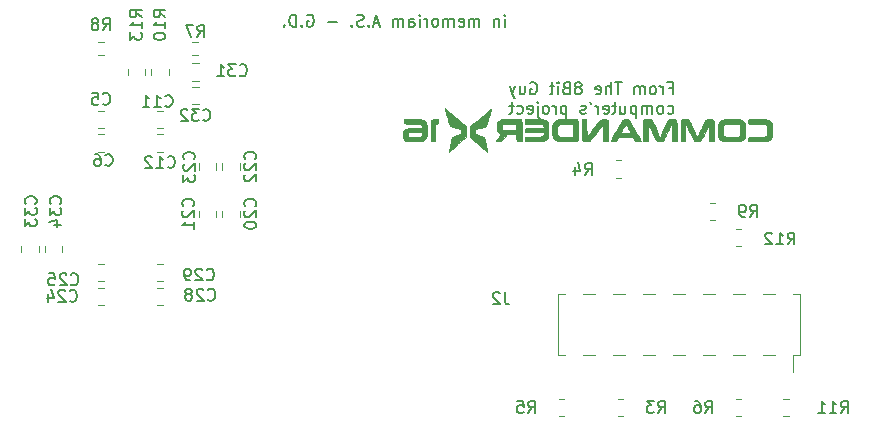
<source format=gbo>
%TF.GenerationSoftware,KiCad,Pcbnew,5.1.9+dfsg1-1+deb11u1*%
%TF.CreationDate,2025-10-29T09:53:25+01:00*%
%TF.ProjectId,VERA--HDMI-Expansion,56455241-2d58-4452-9d48-444d492d4578,1.1*%
%TF.SameCoordinates,Original*%
%TF.FileFunction,Legend,Bot*%
%TF.FilePolarity,Positive*%
%FSLAX46Y46*%
G04 Gerber Fmt 4.6, Leading zero omitted, Abs format (unit mm)*
G04 Created by KiCad (PCBNEW 5.1.9+dfsg1-1+deb11u1) date 2025-10-29 09:53:25*
%MOMM*%
%LPD*%
G01*
G04 APERTURE LIST*
%ADD10C,0.150000*%
%ADD11C,0.120000*%
%ADD12C,0.010000*%
G04 APERTURE END LIST*
D10*
X165683333Y-78552380D02*
X165683333Y-77885714D01*
X165683333Y-77552380D02*
X165730952Y-77600000D01*
X165683333Y-77647619D01*
X165635714Y-77600000D01*
X165683333Y-77552380D01*
X165683333Y-77647619D01*
X165207142Y-77885714D02*
X165207142Y-78552380D01*
X165207142Y-77980952D02*
X165159523Y-77933333D01*
X165064285Y-77885714D01*
X164921428Y-77885714D01*
X164826190Y-77933333D01*
X164778571Y-78028571D01*
X164778571Y-78552380D01*
X163540476Y-78552380D02*
X163540476Y-77885714D01*
X163540476Y-77980952D02*
X163492857Y-77933333D01*
X163397619Y-77885714D01*
X163254761Y-77885714D01*
X163159523Y-77933333D01*
X163111904Y-78028571D01*
X163111904Y-78552380D01*
X163111904Y-78028571D02*
X163064285Y-77933333D01*
X162969047Y-77885714D01*
X162826190Y-77885714D01*
X162730952Y-77933333D01*
X162683333Y-78028571D01*
X162683333Y-78552380D01*
X161826190Y-78504761D02*
X161921428Y-78552380D01*
X162111904Y-78552380D01*
X162207142Y-78504761D01*
X162254761Y-78409523D01*
X162254761Y-78028571D01*
X162207142Y-77933333D01*
X162111904Y-77885714D01*
X161921428Y-77885714D01*
X161826190Y-77933333D01*
X161778571Y-78028571D01*
X161778571Y-78123809D01*
X162254761Y-78219047D01*
X161350000Y-78552380D02*
X161350000Y-77885714D01*
X161350000Y-77980952D02*
X161302380Y-77933333D01*
X161207142Y-77885714D01*
X161064285Y-77885714D01*
X160969047Y-77933333D01*
X160921428Y-78028571D01*
X160921428Y-78552380D01*
X160921428Y-78028571D02*
X160873809Y-77933333D01*
X160778571Y-77885714D01*
X160635714Y-77885714D01*
X160540476Y-77933333D01*
X160492857Y-78028571D01*
X160492857Y-78552380D01*
X159873809Y-78552380D02*
X159969047Y-78504761D01*
X160016666Y-78457142D01*
X160064285Y-78361904D01*
X160064285Y-78076190D01*
X160016666Y-77980952D01*
X159969047Y-77933333D01*
X159873809Y-77885714D01*
X159730952Y-77885714D01*
X159635714Y-77933333D01*
X159588095Y-77980952D01*
X159540476Y-78076190D01*
X159540476Y-78361904D01*
X159588095Y-78457142D01*
X159635714Y-78504761D01*
X159730952Y-78552380D01*
X159873809Y-78552380D01*
X159111904Y-78552380D02*
X159111904Y-77885714D01*
X159111904Y-78076190D02*
X159064285Y-77980952D01*
X159016666Y-77933333D01*
X158921428Y-77885714D01*
X158826190Y-77885714D01*
X158492857Y-78552380D02*
X158492857Y-77885714D01*
X158492857Y-77552380D02*
X158540476Y-77600000D01*
X158492857Y-77647619D01*
X158445238Y-77600000D01*
X158492857Y-77552380D01*
X158492857Y-77647619D01*
X157588095Y-78552380D02*
X157588095Y-78028571D01*
X157635714Y-77933333D01*
X157730952Y-77885714D01*
X157921428Y-77885714D01*
X158016666Y-77933333D01*
X157588095Y-78504761D02*
X157683333Y-78552380D01*
X157921428Y-78552380D01*
X158016666Y-78504761D01*
X158064285Y-78409523D01*
X158064285Y-78314285D01*
X158016666Y-78219047D01*
X157921428Y-78171428D01*
X157683333Y-78171428D01*
X157588095Y-78123809D01*
X157111904Y-78552380D02*
X157111904Y-77885714D01*
X157111904Y-77980952D02*
X157064285Y-77933333D01*
X156969047Y-77885714D01*
X156826190Y-77885714D01*
X156730952Y-77933333D01*
X156683333Y-78028571D01*
X156683333Y-78552380D01*
X156683333Y-78028571D02*
X156635714Y-77933333D01*
X156540476Y-77885714D01*
X156397619Y-77885714D01*
X156302380Y-77933333D01*
X156254761Y-78028571D01*
X156254761Y-78552380D01*
X155064285Y-78266666D02*
X154588095Y-78266666D01*
X155159523Y-78552380D02*
X154826190Y-77552380D01*
X154492857Y-78552380D01*
X154159523Y-78457142D02*
X154111904Y-78504761D01*
X154159523Y-78552380D01*
X154207142Y-78504761D01*
X154159523Y-78457142D01*
X154159523Y-78552380D01*
X153730952Y-78504761D02*
X153588095Y-78552380D01*
X153350000Y-78552380D01*
X153254761Y-78504761D01*
X153207142Y-78457142D01*
X153159523Y-78361904D01*
X153159523Y-78266666D01*
X153207142Y-78171428D01*
X153254761Y-78123809D01*
X153350000Y-78076190D01*
X153540476Y-78028571D01*
X153635714Y-77980952D01*
X153683333Y-77933333D01*
X153730952Y-77838095D01*
X153730952Y-77742857D01*
X153683333Y-77647619D01*
X153635714Y-77600000D01*
X153540476Y-77552380D01*
X153302380Y-77552380D01*
X153159523Y-77600000D01*
X152730952Y-78457142D02*
X152683333Y-78504761D01*
X152730952Y-78552380D01*
X152778571Y-78504761D01*
X152730952Y-78457142D01*
X152730952Y-78552380D01*
X151492857Y-78171428D02*
X150730952Y-78171428D01*
X148969047Y-77600000D02*
X149064285Y-77552380D01*
X149207142Y-77552380D01*
X149350000Y-77600000D01*
X149445238Y-77695238D01*
X149492857Y-77790476D01*
X149540476Y-77980952D01*
X149540476Y-78123809D01*
X149492857Y-78314285D01*
X149445238Y-78409523D01*
X149350000Y-78504761D01*
X149207142Y-78552380D01*
X149111904Y-78552380D01*
X148969047Y-78504761D01*
X148921428Y-78457142D01*
X148921428Y-78123809D01*
X149111904Y-78123809D01*
X148492857Y-78457142D02*
X148445238Y-78504761D01*
X148492857Y-78552380D01*
X148540476Y-78504761D01*
X148492857Y-78457142D01*
X148492857Y-78552380D01*
X148016666Y-78552380D02*
X148016666Y-77552380D01*
X147778571Y-77552380D01*
X147635714Y-77600000D01*
X147540476Y-77695238D01*
X147492857Y-77790476D01*
X147445238Y-77980952D01*
X147445238Y-78123809D01*
X147492857Y-78314285D01*
X147540476Y-78409523D01*
X147635714Y-78504761D01*
X147778571Y-78552380D01*
X148016666Y-78552380D01*
X147016666Y-78457142D02*
X146969047Y-78504761D01*
X147016666Y-78552380D01*
X147064285Y-78504761D01*
X147016666Y-78457142D01*
X147016666Y-78552380D01*
X179573809Y-83753571D02*
X179907142Y-83753571D01*
X179907142Y-84277380D02*
X179907142Y-83277380D01*
X179430952Y-83277380D01*
X179050000Y-84277380D02*
X179050000Y-83610714D01*
X179050000Y-83801190D02*
X179002380Y-83705952D01*
X178954761Y-83658333D01*
X178859523Y-83610714D01*
X178764285Y-83610714D01*
X178288095Y-84277380D02*
X178383333Y-84229761D01*
X178430952Y-84182142D01*
X178478571Y-84086904D01*
X178478571Y-83801190D01*
X178430952Y-83705952D01*
X178383333Y-83658333D01*
X178288095Y-83610714D01*
X178145238Y-83610714D01*
X178050000Y-83658333D01*
X178002380Y-83705952D01*
X177954761Y-83801190D01*
X177954761Y-84086904D01*
X178002380Y-84182142D01*
X178050000Y-84229761D01*
X178145238Y-84277380D01*
X178288095Y-84277380D01*
X177526190Y-84277380D02*
X177526190Y-83610714D01*
X177526190Y-83705952D02*
X177478571Y-83658333D01*
X177383333Y-83610714D01*
X177240476Y-83610714D01*
X177145238Y-83658333D01*
X177097619Y-83753571D01*
X177097619Y-84277380D01*
X177097619Y-83753571D02*
X177050000Y-83658333D01*
X176954761Y-83610714D01*
X176811904Y-83610714D01*
X176716666Y-83658333D01*
X176669047Y-83753571D01*
X176669047Y-84277380D01*
X175573809Y-83277380D02*
X175002380Y-83277380D01*
X175288095Y-84277380D02*
X175288095Y-83277380D01*
X174669047Y-84277380D02*
X174669047Y-83277380D01*
X174240476Y-84277380D02*
X174240476Y-83753571D01*
X174288095Y-83658333D01*
X174383333Y-83610714D01*
X174526190Y-83610714D01*
X174621428Y-83658333D01*
X174669047Y-83705952D01*
X173383333Y-84229761D02*
X173478571Y-84277380D01*
X173669047Y-84277380D01*
X173764285Y-84229761D01*
X173811904Y-84134523D01*
X173811904Y-83753571D01*
X173764285Y-83658333D01*
X173669047Y-83610714D01*
X173478571Y-83610714D01*
X173383333Y-83658333D01*
X173335714Y-83753571D01*
X173335714Y-83848809D01*
X173811904Y-83944047D01*
X172002380Y-83705952D02*
X172097619Y-83658333D01*
X172145238Y-83610714D01*
X172192857Y-83515476D01*
X172192857Y-83467857D01*
X172145238Y-83372619D01*
X172097619Y-83325000D01*
X172002380Y-83277380D01*
X171811904Y-83277380D01*
X171716666Y-83325000D01*
X171669047Y-83372619D01*
X171621428Y-83467857D01*
X171621428Y-83515476D01*
X171669047Y-83610714D01*
X171716666Y-83658333D01*
X171811904Y-83705952D01*
X172002380Y-83705952D01*
X172097619Y-83753571D01*
X172145238Y-83801190D01*
X172192857Y-83896428D01*
X172192857Y-84086904D01*
X172145238Y-84182142D01*
X172097619Y-84229761D01*
X172002380Y-84277380D01*
X171811904Y-84277380D01*
X171716666Y-84229761D01*
X171669047Y-84182142D01*
X171621428Y-84086904D01*
X171621428Y-83896428D01*
X171669047Y-83801190D01*
X171716666Y-83753571D01*
X171811904Y-83705952D01*
X170859523Y-83753571D02*
X170716666Y-83801190D01*
X170669047Y-83848809D01*
X170621428Y-83944047D01*
X170621428Y-84086904D01*
X170669047Y-84182142D01*
X170716666Y-84229761D01*
X170811904Y-84277380D01*
X171192857Y-84277380D01*
X171192857Y-83277380D01*
X170859523Y-83277380D01*
X170764285Y-83325000D01*
X170716666Y-83372619D01*
X170669047Y-83467857D01*
X170669047Y-83563095D01*
X170716666Y-83658333D01*
X170764285Y-83705952D01*
X170859523Y-83753571D01*
X171192857Y-83753571D01*
X170192857Y-84277380D02*
X170192857Y-83610714D01*
X170192857Y-83277380D02*
X170240476Y-83325000D01*
X170192857Y-83372619D01*
X170145238Y-83325000D01*
X170192857Y-83277380D01*
X170192857Y-83372619D01*
X169859523Y-83610714D02*
X169478571Y-83610714D01*
X169716666Y-83277380D02*
X169716666Y-84134523D01*
X169669047Y-84229761D01*
X169573809Y-84277380D01*
X169478571Y-84277380D01*
X167859523Y-83325000D02*
X167954761Y-83277380D01*
X168097619Y-83277380D01*
X168240476Y-83325000D01*
X168335714Y-83420238D01*
X168383333Y-83515476D01*
X168430952Y-83705952D01*
X168430952Y-83848809D01*
X168383333Y-84039285D01*
X168335714Y-84134523D01*
X168240476Y-84229761D01*
X168097619Y-84277380D01*
X168002380Y-84277380D01*
X167859523Y-84229761D01*
X167811904Y-84182142D01*
X167811904Y-83848809D01*
X168002380Y-83848809D01*
X166954761Y-83610714D02*
X166954761Y-84277380D01*
X167383333Y-83610714D02*
X167383333Y-84134523D01*
X167335714Y-84229761D01*
X167240476Y-84277380D01*
X167097619Y-84277380D01*
X167002380Y-84229761D01*
X166954761Y-84182142D01*
X166573809Y-83610714D02*
X166335714Y-84277380D01*
X166097619Y-83610714D02*
X166335714Y-84277380D01*
X166430952Y-84515476D01*
X166478571Y-84563095D01*
X166573809Y-84610714D01*
X179478571Y-85879761D02*
X179573809Y-85927380D01*
X179764285Y-85927380D01*
X179859523Y-85879761D01*
X179907142Y-85832142D01*
X179954761Y-85736904D01*
X179954761Y-85451190D01*
X179907142Y-85355952D01*
X179859523Y-85308333D01*
X179764285Y-85260714D01*
X179573809Y-85260714D01*
X179478571Y-85308333D01*
X178907142Y-85927380D02*
X179002380Y-85879761D01*
X179050000Y-85832142D01*
X179097619Y-85736904D01*
X179097619Y-85451190D01*
X179050000Y-85355952D01*
X179002380Y-85308333D01*
X178907142Y-85260714D01*
X178764285Y-85260714D01*
X178669047Y-85308333D01*
X178621428Y-85355952D01*
X178573809Y-85451190D01*
X178573809Y-85736904D01*
X178621428Y-85832142D01*
X178669047Y-85879761D01*
X178764285Y-85927380D01*
X178907142Y-85927380D01*
X178145238Y-85927380D02*
X178145238Y-85260714D01*
X178145238Y-85355952D02*
X178097619Y-85308333D01*
X178002380Y-85260714D01*
X177859523Y-85260714D01*
X177764285Y-85308333D01*
X177716666Y-85403571D01*
X177716666Y-85927380D01*
X177716666Y-85403571D02*
X177669047Y-85308333D01*
X177573809Y-85260714D01*
X177430952Y-85260714D01*
X177335714Y-85308333D01*
X177288095Y-85403571D01*
X177288095Y-85927380D01*
X176811904Y-85260714D02*
X176811904Y-86260714D01*
X176811904Y-85308333D02*
X176716666Y-85260714D01*
X176526190Y-85260714D01*
X176430952Y-85308333D01*
X176383333Y-85355952D01*
X176335714Y-85451190D01*
X176335714Y-85736904D01*
X176383333Y-85832142D01*
X176430952Y-85879761D01*
X176526190Y-85927380D01*
X176716666Y-85927380D01*
X176811904Y-85879761D01*
X175478571Y-85260714D02*
X175478571Y-85927380D01*
X175907142Y-85260714D02*
X175907142Y-85784523D01*
X175859523Y-85879761D01*
X175764285Y-85927380D01*
X175621428Y-85927380D01*
X175526190Y-85879761D01*
X175478571Y-85832142D01*
X175145238Y-85260714D02*
X174764285Y-85260714D01*
X175002380Y-84927380D02*
X175002380Y-85784523D01*
X174954761Y-85879761D01*
X174859523Y-85927380D01*
X174764285Y-85927380D01*
X174050000Y-85879761D02*
X174145238Y-85927380D01*
X174335714Y-85927380D01*
X174430952Y-85879761D01*
X174478571Y-85784523D01*
X174478571Y-85403571D01*
X174430952Y-85308333D01*
X174335714Y-85260714D01*
X174145238Y-85260714D01*
X174050000Y-85308333D01*
X174002380Y-85403571D01*
X174002380Y-85498809D01*
X174478571Y-85594047D01*
X173573809Y-85927380D02*
X173573809Y-85260714D01*
X173573809Y-85451190D02*
X173526190Y-85355952D01*
X173478571Y-85308333D01*
X173383333Y-85260714D01*
X173288095Y-85260714D01*
X172907142Y-84927380D02*
X173002380Y-85117857D01*
X172526190Y-85879761D02*
X172430952Y-85927380D01*
X172240476Y-85927380D01*
X172145238Y-85879761D01*
X172097619Y-85784523D01*
X172097619Y-85736904D01*
X172145238Y-85641666D01*
X172240476Y-85594047D01*
X172383333Y-85594047D01*
X172478571Y-85546428D01*
X172526190Y-85451190D01*
X172526190Y-85403571D01*
X172478571Y-85308333D01*
X172383333Y-85260714D01*
X172240476Y-85260714D01*
X172145238Y-85308333D01*
X170907142Y-85260714D02*
X170907142Y-86260714D01*
X170907142Y-85308333D02*
X170811904Y-85260714D01*
X170621428Y-85260714D01*
X170526190Y-85308333D01*
X170478571Y-85355952D01*
X170430952Y-85451190D01*
X170430952Y-85736904D01*
X170478571Y-85832142D01*
X170526190Y-85879761D01*
X170621428Y-85927380D01*
X170811904Y-85927380D01*
X170907142Y-85879761D01*
X170002380Y-85927380D02*
X170002380Y-85260714D01*
X170002380Y-85451190D02*
X169954761Y-85355952D01*
X169907142Y-85308333D01*
X169811904Y-85260714D01*
X169716666Y-85260714D01*
X169240476Y-85927380D02*
X169335714Y-85879761D01*
X169383333Y-85832142D01*
X169430952Y-85736904D01*
X169430952Y-85451190D01*
X169383333Y-85355952D01*
X169335714Y-85308333D01*
X169240476Y-85260714D01*
X169097619Y-85260714D01*
X169002380Y-85308333D01*
X168954761Y-85355952D01*
X168907142Y-85451190D01*
X168907142Y-85736904D01*
X168954761Y-85832142D01*
X169002380Y-85879761D01*
X169097619Y-85927380D01*
X169240476Y-85927380D01*
X168478571Y-85260714D02*
X168478571Y-86117857D01*
X168526190Y-86213095D01*
X168621428Y-86260714D01*
X168669047Y-86260714D01*
X168478571Y-84927380D02*
X168526190Y-84975000D01*
X168478571Y-85022619D01*
X168430952Y-84975000D01*
X168478571Y-84927380D01*
X168478571Y-85022619D01*
X167621428Y-85879761D02*
X167716666Y-85927380D01*
X167907142Y-85927380D01*
X168002380Y-85879761D01*
X168050000Y-85784523D01*
X168050000Y-85403571D01*
X168002380Y-85308333D01*
X167907142Y-85260714D01*
X167716666Y-85260714D01*
X167621428Y-85308333D01*
X167573809Y-85403571D01*
X167573809Y-85498809D01*
X168050000Y-85594047D01*
X166716666Y-85879761D02*
X166811904Y-85927380D01*
X167002380Y-85927380D01*
X167097619Y-85879761D01*
X167145238Y-85832142D01*
X167192857Y-85736904D01*
X167192857Y-85451190D01*
X167145238Y-85355952D01*
X167097619Y-85308333D01*
X167002380Y-85260714D01*
X166811904Y-85260714D01*
X166716666Y-85308333D01*
X166430952Y-85260714D02*
X166050000Y-85260714D01*
X166288095Y-84927380D02*
X166288095Y-85784523D01*
X166240476Y-85879761D01*
X166145238Y-85927380D01*
X166050000Y-85927380D01*
D11*
%TO.C,C5*%
X131761252Y-85665000D02*
X131238748Y-85665000D01*
X131761252Y-87135000D02*
X131238748Y-87135000D01*
%TO.C,C6*%
X131761252Y-87665000D02*
X131238748Y-87665000D01*
X131761252Y-89135000D02*
X131238748Y-89135000D01*
%TO.C,C11*%
X136238748Y-87135000D02*
X136761252Y-87135000D01*
X136238748Y-85665000D02*
X136761252Y-85665000D01*
%TO.C,C12*%
X136238748Y-89135000D02*
X136761252Y-89135000D01*
X136238748Y-87665000D02*
X136761252Y-87665000D01*
%TO.C,C20*%
X143235000Y-94661252D02*
X143235000Y-94138748D01*
X141765000Y-94661252D02*
X141765000Y-94138748D01*
%TO.C,C21*%
X141235000Y-94661252D02*
X141235000Y-94138748D01*
X139765000Y-94661252D02*
X139765000Y-94138748D01*
%TO.C,C22*%
X143235000Y-90661252D02*
X143235000Y-90138748D01*
X141765000Y-90661252D02*
X141765000Y-90138748D01*
%TO.C,C23*%
X141235000Y-90661252D02*
X141235000Y-90138748D01*
X139765000Y-90661252D02*
X139765000Y-90138748D01*
%TO.C,C24*%
X131238748Y-102135000D02*
X131761252Y-102135000D01*
X131238748Y-100665000D02*
X131761252Y-100665000D01*
%TO.C,C25*%
X131238748Y-100135000D02*
X131761252Y-100135000D01*
X131238748Y-98665000D02*
X131761252Y-98665000D01*
%TO.C,C28*%
X136238748Y-102135000D02*
X136761252Y-102135000D01*
X136238748Y-100665000D02*
X136761252Y-100665000D01*
%TO.C,C29*%
X136238748Y-100135000D02*
X136761252Y-100135000D01*
X136238748Y-98665000D02*
X136761252Y-98665000D01*
%TO.C,C31*%
X139238748Y-83135000D02*
X139761252Y-83135000D01*
X139238748Y-81665000D02*
X139761252Y-81665000D01*
%TO.C,C32*%
X139238748Y-85135000D02*
X139761252Y-85135000D01*
X139238748Y-83665000D02*
X139761252Y-83665000D01*
%TO.C,C33*%
X124765000Y-97138748D02*
X124765000Y-97661252D01*
X126235000Y-97138748D02*
X126235000Y-97661252D01*
%TO.C,C34*%
X126765000Y-97138748D02*
X126765000Y-97661252D01*
X128235000Y-97138748D02*
X128235000Y-97661252D01*
%TO.C,R3*%
X175727064Y-110065000D02*
X175272936Y-110065000D01*
X175727064Y-111535000D02*
X175272936Y-111535000D01*
%TO.C,R4*%
X175527064Y-89865000D02*
X175072936Y-89865000D01*
X175527064Y-91335000D02*
X175072936Y-91335000D01*
%TO.C,R5*%
X170272936Y-111535000D02*
X170727064Y-111535000D01*
X170272936Y-110065000D02*
X170727064Y-110065000D01*
%TO.C,R6*%
X185272936Y-111535000D02*
X185727064Y-111535000D01*
X185272936Y-110065000D02*
X185727064Y-110065000D01*
%TO.C,R7*%
X139754724Y-79877500D02*
X139245276Y-79877500D01*
X139754724Y-80922500D02*
X139245276Y-80922500D01*
%TO.C,R8*%
X131245276Y-80922500D02*
X131754724Y-80922500D01*
X131245276Y-79877500D02*
X131754724Y-79877500D01*
%TO.C,R9*%
X183072936Y-94935000D02*
X183527064Y-94935000D01*
X183072936Y-93465000D02*
X183527064Y-93465000D01*
%TO.C,R10*%
X135765000Y-82172936D02*
X135765000Y-82627064D01*
X137235000Y-82172936D02*
X137235000Y-82627064D01*
%TO.C,R11*%
X189727064Y-110065000D02*
X189272936Y-110065000D01*
X189727064Y-111535000D02*
X189272936Y-111535000D01*
%TO.C,R12*%
X185272936Y-97135000D02*
X185727064Y-97135000D01*
X185272936Y-95665000D02*
X185727064Y-95665000D01*
%TO.C,R13*%
X133765000Y-82172936D02*
X133765000Y-82627064D01*
X135235000Y-82172936D02*
X135235000Y-82627064D01*
D12*
%TO.C,LOGO2*%
G36*
X164515637Y-85516870D02*
G01*
X164460671Y-85558699D01*
X164377373Y-85625531D01*
X164270791Y-85713255D01*
X164145970Y-85817758D01*
X164007959Y-85934928D01*
X163995830Y-85945298D01*
X163832432Y-86084813D01*
X163659675Y-86231853D01*
X163487911Y-86377638D01*
X163327491Y-86513392D01*
X163188766Y-86630336D01*
X163117448Y-86690168D01*
X162768600Y-86982036D01*
X162768600Y-87925145D01*
X163003526Y-88126922D01*
X163116623Y-88224298D01*
X163246103Y-88336174D01*
X163385747Y-88457135D01*
X163529332Y-88581766D01*
X163670637Y-88704653D01*
X163803440Y-88820380D01*
X163921519Y-88923532D01*
X164018654Y-89008696D01*
X164088622Y-89070455D01*
X164121150Y-89099642D01*
X164165545Y-89134866D01*
X164189732Y-89143383D01*
X164191210Y-89139902D01*
X164186319Y-89101774D01*
X164172554Y-89024100D01*
X164151684Y-88915317D01*
X164125476Y-88783866D01*
X164095701Y-88638185D01*
X164064126Y-88486714D01*
X164032522Y-88337892D01*
X164002655Y-88200159D01*
X163976296Y-88081954D01*
X163955214Y-87991715D01*
X163941176Y-87937883D01*
X163936909Y-87926610D01*
X163907419Y-87911628D01*
X163838288Y-87883795D01*
X163738066Y-87846338D01*
X163615301Y-87802482D01*
X163527291Y-87772014D01*
X163136900Y-87638507D01*
X163136900Y-87264642D01*
X163556000Y-87146852D01*
X163699200Y-87106728D01*
X163829590Y-87070420D01*
X163937482Y-87040608D01*
X164013189Y-87019974D01*
X164042431Y-87012279D01*
X164080840Y-86996019D01*
X164109763Y-86962212D01*
X164136446Y-86899241D01*
X164159928Y-86823898D01*
X164181983Y-86748967D01*
X164215686Y-86635106D01*
X164258144Y-86492061D01*
X164306462Y-86329577D01*
X164357748Y-86157398D01*
X164379590Y-86084158D01*
X164427043Y-85922982D01*
X164468360Y-85778553D01*
X164501662Y-85657788D01*
X164525068Y-85567602D01*
X164536698Y-85514914D01*
X164537225Y-85504157D01*
X164515637Y-85516870D01*
G37*
X164515637Y-85516870D02*
X164460671Y-85558699D01*
X164377373Y-85625531D01*
X164270791Y-85713255D01*
X164145970Y-85817758D01*
X164007959Y-85934928D01*
X163995830Y-85945298D01*
X163832432Y-86084813D01*
X163659675Y-86231853D01*
X163487911Y-86377638D01*
X163327491Y-86513392D01*
X163188766Y-86630336D01*
X163117448Y-86690168D01*
X162768600Y-86982036D01*
X162768600Y-87925145D01*
X163003526Y-88126922D01*
X163116623Y-88224298D01*
X163246103Y-88336174D01*
X163385747Y-88457135D01*
X163529332Y-88581766D01*
X163670637Y-88704653D01*
X163803440Y-88820380D01*
X163921519Y-88923532D01*
X164018654Y-89008696D01*
X164088622Y-89070455D01*
X164121150Y-89099642D01*
X164165545Y-89134866D01*
X164189732Y-89143383D01*
X164191210Y-89139902D01*
X164186319Y-89101774D01*
X164172554Y-89024100D01*
X164151684Y-88915317D01*
X164125476Y-88783866D01*
X164095701Y-88638185D01*
X164064126Y-88486714D01*
X164032522Y-88337892D01*
X164002655Y-88200159D01*
X163976296Y-88081954D01*
X163955214Y-87991715D01*
X163941176Y-87937883D01*
X163936909Y-87926610D01*
X163907419Y-87911628D01*
X163838288Y-87883795D01*
X163738066Y-87846338D01*
X163615301Y-87802482D01*
X163527291Y-87772014D01*
X163136900Y-87638507D01*
X163136900Y-87264642D01*
X163556000Y-87146852D01*
X163699200Y-87106728D01*
X163829590Y-87070420D01*
X163937482Y-87040608D01*
X164013189Y-87019974D01*
X164042431Y-87012279D01*
X164080840Y-86996019D01*
X164109763Y-86962212D01*
X164136446Y-86899241D01*
X164159928Y-86823898D01*
X164181983Y-86748967D01*
X164215686Y-86635106D01*
X164258144Y-86492061D01*
X164306462Y-86329577D01*
X164357748Y-86157398D01*
X164379590Y-86084158D01*
X164427043Y-85922982D01*
X164468360Y-85778553D01*
X164501662Y-85657788D01*
X164525068Y-85567602D01*
X164536698Y-85514914D01*
X164537225Y-85504157D01*
X164515637Y-85516870D01*
G36*
X160596344Y-85505961D02*
G01*
X160613810Y-85570661D01*
X160641523Y-85665683D01*
X160676903Y-85781984D01*
X160687441Y-85815879D01*
X160732733Y-85963450D01*
X160785814Y-86140405D01*
X160840882Y-86327178D01*
X160892135Y-86504205D01*
X160905391Y-86550700D01*
X160944941Y-86687377D01*
X160980928Y-86806878D01*
X161010661Y-86900631D01*
X161031446Y-86960068D01*
X161039286Y-86976728D01*
X161068447Y-86989348D01*
X161138819Y-87012963D01*
X161242611Y-87045166D01*
X161372035Y-87083547D01*
X161519300Y-87125697D01*
X161538549Y-87131104D01*
X162019300Y-87265852D01*
X162019300Y-87638465D01*
X161615776Y-87773273D01*
X161481748Y-87818321D01*
X161365720Y-87857839D01*
X161275765Y-87889033D01*
X161219953Y-87909115D01*
X161205367Y-87915190D01*
X161198519Y-87940782D01*
X161183504Y-88007578D01*
X161161989Y-88107447D01*
X161135642Y-88232263D01*
X161106131Y-88373895D01*
X161075124Y-88524216D01*
X161044288Y-88675095D01*
X161015290Y-88818405D01*
X160989799Y-88946016D01*
X160969482Y-89049800D01*
X160956006Y-89121627D01*
X160951039Y-89153370D01*
X160951184Y-89154200D01*
X160970949Y-89138201D01*
X161024887Y-89092638D01*
X161108734Y-89021163D01*
X161218227Y-88927425D01*
X161349102Y-88815077D01*
X161497094Y-88687768D01*
X161657940Y-88549150D01*
X161670576Y-88538250D01*
X162384579Y-87922300D01*
X162384591Y-87452400D01*
X162384604Y-86982500D01*
X162077966Y-86728500D01*
X161976094Y-86643593D01*
X161844226Y-86532893D01*
X161690948Y-86403651D01*
X161524848Y-86263121D01*
X161354511Y-86118555D01*
X161188523Y-85977205D01*
X161184936Y-85974145D01*
X161038621Y-85849698D01*
X160905197Y-85736985D01*
X160789416Y-85639957D01*
X160696029Y-85562569D01*
X160629790Y-85508774D01*
X160595449Y-85482525D01*
X160591709Y-85480624D01*
X160596344Y-85505961D01*
G37*
X160596344Y-85505961D02*
X160613810Y-85570661D01*
X160641523Y-85665683D01*
X160676903Y-85781984D01*
X160687441Y-85815879D01*
X160732733Y-85963450D01*
X160785814Y-86140405D01*
X160840882Y-86327178D01*
X160892135Y-86504205D01*
X160905391Y-86550700D01*
X160944941Y-86687377D01*
X160980928Y-86806878D01*
X161010661Y-86900631D01*
X161031446Y-86960068D01*
X161039286Y-86976728D01*
X161068447Y-86989348D01*
X161138819Y-87012963D01*
X161242611Y-87045166D01*
X161372035Y-87083547D01*
X161519300Y-87125697D01*
X161538549Y-87131104D01*
X162019300Y-87265852D01*
X162019300Y-87638465D01*
X161615776Y-87773273D01*
X161481748Y-87818321D01*
X161365720Y-87857839D01*
X161275765Y-87889033D01*
X161219953Y-87909115D01*
X161205367Y-87915190D01*
X161198519Y-87940782D01*
X161183504Y-88007578D01*
X161161989Y-88107447D01*
X161135642Y-88232263D01*
X161106131Y-88373895D01*
X161075124Y-88524216D01*
X161044288Y-88675095D01*
X161015290Y-88818405D01*
X160989799Y-88946016D01*
X160969482Y-89049800D01*
X160956006Y-89121627D01*
X160951039Y-89153370D01*
X160951184Y-89154200D01*
X160970949Y-89138201D01*
X161024887Y-89092638D01*
X161108734Y-89021163D01*
X161218227Y-88927425D01*
X161349102Y-88815077D01*
X161497094Y-88687768D01*
X161657940Y-88549150D01*
X161670576Y-88538250D01*
X162384579Y-87922300D01*
X162384591Y-87452400D01*
X162384604Y-86982500D01*
X162077966Y-86728500D01*
X161976094Y-86643593D01*
X161844226Y-86532893D01*
X161690948Y-86403651D01*
X161524848Y-86263121D01*
X161354511Y-86118555D01*
X161188523Y-85977205D01*
X161184936Y-85974145D01*
X161038621Y-85849698D01*
X160905197Y-85736985D01*
X160789416Y-85639957D01*
X160696029Y-85562569D01*
X160629790Y-85508774D01*
X160595449Y-85482525D01*
X160591709Y-85480624D01*
X160596344Y-85505961D01*
G36*
X186538549Y-86386244D02*
G01*
X186439305Y-86389586D01*
X186380975Y-86395359D01*
X186377262Y-86396190D01*
X186343762Y-86407205D01*
X186324939Y-86427107D01*
X186317359Y-86467792D01*
X186317593Y-86541155D01*
X186319653Y-86595909D01*
X186327100Y-86779300D01*
X187761140Y-86804700D01*
X187831520Y-86875114D01*
X187860693Y-86906435D01*
X187880765Y-86938308D01*
X187893792Y-86980874D01*
X187901834Y-87044275D01*
X187906947Y-87138654D01*
X187910981Y-87266770D01*
X187912659Y-87447740D01*
X187905213Y-87585987D01*
X187887295Y-87688990D01*
X187857553Y-87764227D01*
X187814639Y-87819179D01*
X187810605Y-87822914D01*
X187791488Y-87837275D01*
X187765455Y-87848717D01*
X187726577Y-87857714D01*
X187668923Y-87864739D01*
X187586563Y-87870264D01*
X187473566Y-87874763D01*
X187324002Y-87878708D01*
X187131940Y-87882573D01*
X187042036Y-87884200D01*
X186327100Y-87896900D01*
X186319638Y-88081050D01*
X186312175Y-88265200D01*
X187081638Y-88263016D01*
X187277263Y-88261842D01*
X187458792Y-88259577D01*
X187619345Y-88256397D01*
X187752045Y-88252481D01*
X187850013Y-88248007D01*
X187906370Y-88243153D01*
X187914765Y-88241467D01*
X188072270Y-88170970D01*
X188192043Y-88067482D01*
X188272513Y-87932538D01*
X188292965Y-87871500D01*
X188306194Y-87792949D01*
X188315409Y-87676676D01*
X188320736Y-87533933D01*
X188322299Y-87375978D01*
X188320227Y-87214066D01*
X188314644Y-87059452D01*
X188305678Y-86923391D01*
X188293454Y-86817139D01*
X188280482Y-86758333D01*
X188215324Y-86637774D01*
X188113233Y-86531941D01*
X187988057Y-86454139D01*
X187946985Y-86437880D01*
X187897170Y-86429080D01*
X187804893Y-86420497D01*
X187678491Y-86412353D01*
X187526302Y-86404870D01*
X187356664Y-86398269D01*
X187177914Y-86392771D01*
X186998390Y-86388598D01*
X186826429Y-86385972D01*
X186670370Y-86385114D01*
X186538549Y-86386244D01*
G37*
X186538549Y-86386244D02*
X186439305Y-86389586D01*
X186380975Y-86395359D01*
X186377262Y-86396190D01*
X186343762Y-86407205D01*
X186324939Y-86427107D01*
X186317359Y-86467792D01*
X186317593Y-86541155D01*
X186319653Y-86595909D01*
X186327100Y-86779300D01*
X187761140Y-86804700D01*
X187831520Y-86875114D01*
X187860693Y-86906435D01*
X187880765Y-86938308D01*
X187893792Y-86980874D01*
X187901834Y-87044275D01*
X187906947Y-87138654D01*
X187910981Y-87266770D01*
X187912659Y-87447740D01*
X187905213Y-87585987D01*
X187887295Y-87688990D01*
X187857553Y-87764227D01*
X187814639Y-87819179D01*
X187810605Y-87822914D01*
X187791488Y-87837275D01*
X187765455Y-87848717D01*
X187726577Y-87857714D01*
X187668923Y-87864739D01*
X187586563Y-87870264D01*
X187473566Y-87874763D01*
X187324002Y-87878708D01*
X187131940Y-87882573D01*
X187042036Y-87884200D01*
X186327100Y-87896900D01*
X186319638Y-88081050D01*
X186312175Y-88265200D01*
X187081638Y-88263016D01*
X187277263Y-88261842D01*
X187458792Y-88259577D01*
X187619345Y-88256397D01*
X187752045Y-88252481D01*
X187850013Y-88248007D01*
X187906370Y-88243153D01*
X187914765Y-88241467D01*
X188072270Y-88170970D01*
X188192043Y-88067482D01*
X188272513Y-87932538D01*
X188292965Y-87871500D01*
X188306194Y-87792949D01*
X188315409Y-87676676D01*
X188320736Y-87533933D01*
X188322299Y-87375978D01*
X188320227Y-87214066D01*
X188314644Y-87059452D01*
X188305678Y-86923391D01*
X188293454Y-86817139D01*
X188280482Y-86758333D01*
X188215324Y-86637774D01*
X188113233Y-86531941D01*
X187988057Y-86454139D01*
X187946985Y-86437880D01*
X187897170Y-86429080D01*
X187804893Y-86420497D01*
X187678491Y-86412353D01*
X187526302Y-86404870D01*
X187356664Y-86398269D01*
X187177914Y-86392771D01*
X186998390Y-86388598D01*
X186826429Y-86385972D01*
X186670370Y-86385114D01*
X186538549Y-86386244D01*
G36*
X184667785Y-86391408D02*
G01*
X184515817Y-86394822D01*
X184390056Y-86401220D01*
X184323632Y-86407472D01*
X184155026Y-86436203D01*
X184027066Y-86478610D01*
X183930248Y-86540260D01*
X183855069Y-86626716D01*
X183808035Y-86709416D01*
X183783149Y-86761449D01*
X183764808Y-86807356D01*
X183752013Y-86855914D01*
X183743766Y-86915899D01*
X183739069Y-86996087D01*
X183736922Y-87105254D01*
X183736328Y-87252178D01*
X183736300Y-87339895D01*
X183736300Y-87824291D01*
X183812569Y-87973423D01*
X183865585Y-88065546D01*
X183919800Y-88126940D01*
X183991902Y-88175260D01*
X184014993Y-88187527D01*
X184052936Y-88206560D01*
X184088553Y-88221496D01*
X184128369Y-88232876D01*
X184178911Y-88241242D01*
X184246705Y-88247132D01*
X184338277Y-88251090D01*
X184460154Y-88253654D01*
X184618862Y-88255366D01*
X184820926Y-88256767D01*
X184853124Y-88256969D01*
X185042606Y-88257426D01*
X185219116Y-88256466D01*
X185375195Y-88254239D01*
X185503385Y-88250894D01*
X185596230Y-88246581D01*
X185646272Y-88241448D01*
X185648016Y-88241052D01*
X185788018Y-88182029D01*
X185907435Y-88084127D01*
X185987473Y-87968425D01*
X186008053Y-87924129D01*
X186023325Y-87881175D01*
X186034080Y-87831307D01*
X186041105Y-87766269D01*
X186045188Y-87677806D01*
X186047117Y-87557660D01*
X186047680Y-87397575D01*
X186047694Y-87353948D01*
X185628600Y-87353948D01*
X185628600Y-87735707D01*
X185554354Y-87809953D01*
X185480108Y-87884200D01*
X184921008Y-87884200D01*
X184753799Y-87883121D01*
X184600608Y-87880104D01*
X184469827Y-87875475D01*
X184369851Y-87869564D01*
X184309074Y-87862695D01*
X184297971Y-87859891D01*
X184245788Y-87832143D01*
X184207474Y-87789684D01*
X184181343Y-87725621D01*
X184165710Y-87633061D01*
X184158890Y-87505111D01*
X184159195Y-87334877D01*
X184159955Y-87295528D01*
X184168100Y-86914479D01*
X184239367Y-86853239D01*
X184263637Y-86833441D01*
X184288912Y-86818448D01*
X184322175Y-86807592D01*
X184370408Y-86800207D01*
X184440595Y-86795623D01*
X184539720Y-86793172D01*
X184674765Y-86792187D01*
X184852714Y-86792000D01*
X184879522Y-86792000D01*
X185091247Y-86793348D01*
X185263787Y-86797301D01*
X185394037Y-86803719D01*
X185478891Y-86812464D01*
X185510304Y-86820200D01*
X185552583Y-86846030D01*
X185583671Y-86884271D01*
X185605190Y-86942231D01*
X185618757Y-87027217D01*
X185625993Y-87146534D01*
X185628516Y-87307489D01*
X185628600Y-87353948D01*
X186047694Y-87353948D01*
X186047700Y-87337473D01*
X186047473Y-87163912D01*
X186046227Y-87032894D01*
X186043118Y-86936165D01*
X186037300Y-86865470D01*
X186027928Y-86812551D01*
X186014158Y-86769155D01*
X185995143Y-86727025D01*
X185982695Y-86702473D01*
X185888561Y-86570425D01*
X185761136Y-86476537D01*
X185656988Y-86434597D01*
X185591027Y-86422609D01*
X185483909Y-86412235D01*
X185345258Y-86403668D01*
X185184696Y-86397107D01*
X185011848Y-86392746D01*
X184836336Y-86390781D01*
X184667785Y-86391408D01*
G37*
X184667785Y-86391408D02*
X184515817Y-86394822D01*
X184390056Y-86401220D01*
X184323632Y-86407472D01*
X184155026Y-86436203D01*
X184027066Y-86478610D01*
X183930248Y-86540260D01*
X183855069Y-86626716D01*
X183808035Y-86709416D01*
X183783149Y-86761449D01*
X183764808Y-86807356D01*
X183752013Y-86855914D01*
X183743766Y-86915899D01*
X183739069Y-86996087D01*
X183736922Y-87105254D01*
X183736328Y-87252178D01*
X183736300Y-87339895D01*
X183736300Y-87824291D01*
X183812569Y-87973423D01*
X183865585Y-88065546D01*
X183919800Y-88126940D01*
X183991902Y-88175260D01*
X184014993Y-88187527D01*
X184052936Y-88206560D01*
X184088553Y-88221496D01*
X184128369Y-88232876D01*
X184178911Y-88241242D01*
X184246705Y-88247132D01*
X184338277Y-88251090D01*
X184460154Y-88253654D01*
X184618862Y-88255366D01*
X184820926Y-88256767D01*
X184853124Y-88256969D01*
X185042606Y-88257426D01*
X185219116Y-88256466D01*
X185375195Y-88254239D01*
X185503385Y-88250894D01*
X185596230Y-88246581D01*
X185646272Y-88241448D01*
X185648016Y-88241052D01*
X185788018Y-88182029D01*
X185907435Y-88084127D01*
X185987473Y-87968425D01*
X186008053Y-87924129D01*
X186023325Y-87881175D01*
X186034080Y-87831307D01*
X186041105Y-87766269D01*
X186045188Y-87677806D01*
X186047117Y-87557660D01*
X186047680Y-87397575D01*
X186047694Y-87353948D01*
X185628600Y-87353948D01*
X185628600Y-87735707D01*
X185554354Y-87809953D01*
X185480108Y-87884200D01*
X184921008Y-87884200D01*
X184753799Y-87883121D01*
X184600608Y-87880104D01*
X184469827Y-87875475D01*
X184369851Y-87869564D01*
X184309074Y-87862695D01*
X184297971Y-87859891D01*
X184245788Y-87832143D01*
X184207474Y-87789684D01*
X184181343Y-87725621D01*
X184165710Y-87633061D01*
X184158890Y-87505111D01*
X184159195Y-87334877D01*
X184159955Y-87295528D01*
X184168100Y-86914479D01*
X184239367Y-86853239D01*
X184263637Y-86833441D01*
X184288912Y-86818448D01*
X184322175Y-86807592D01*
X184370408Y-86800207D01*
X184440595Y-86795623D01*
X184539720Y-86793172D01*
X184674765Y-86792187D01*
X184852714Y-86792000D01*
X184879522Y-86792000D01*
X185091247Y-86793348D01*
X185263787Y-86797301D01*
X185394037Y-86803719D01*
X185478891Y-86812464D01*
X185510304Y-86820200D01*
X185552583Y-86846030D01*
X185583671Y-86884271D01*
X185605190Y-86942231D01*
X185618757Y-87027217D01*
X185625993Y-87146534D01*
X185628516Y-87307489D01*
X185628600Y-87353948D01*
X186047694Y-87353948D01*
X186047700Y-87337473D01*
X186047473Y-87163912D01*
X186046227Y-87032894D01*
X186043118Y-86936165D01*
X186037300Y-86865470D01*
X186027928Y-86812551D01*
X186014158Y-86769155D01*
X185995143Y-86727025D01*
X185982695Y-86702473D01*
X185888561Y-86570425D01*
X185761136Y-86476537D01*
X185656988Y-86434597D01*
X185591027Y-86422609D01*
X185483909Y-86412235D01*
X185345258Y-86403668D01*
X185184696Y-86397107D01*
X185011848Y-86392746D01*
X184836336Y-86390781D01*
X184667785Y-86391408D01*
G36*
X182928876Y-86393854D02*
G01*
X182817386Y-86407280D01*
X182731622Y-86428240D01*
X182701448Y-86442474D01*
X182675528Y-86470515D01*
X182639359Y-86528853D01*
X182591350Y-86620721D01*
X182529913Y-86749355D01*
X182453459Y-86917989D01*
X182360400Y-87129860D01*
X182334447Y-87189748D01*
X182251321Y-87379502D01*
X182175645Y-87547391D01*
X182109744Y-87688560D01*
X182055945Y-87798157D01*
X182016574Y-87871328D01*
X181993959Y-87903219D01*
X181992019Y-87904173D01*
X181973080Y-87889408D01*
X181941123Y-87838566D01*
X181895068Y-87749432D01*
X181833833Y-87619793D01*
X181756335Y-87447436D01*
X181661493Y-87230150D01*
X181653671Y-87212028D01*
X181573697Y-87029272D01*
X181498077Y-86861478D01*
X181429726Y-86714754D01*
X181371561Y-86595209D01*
X181326499Y-86508951D01*
X181297458Y-86462090D01*
X181293451Y-86457619D01*
X181250294Y-86427089D01*
X181191028Y-86407659D01*
X181101966Y-86395779D01*
X181037808Y-86391318D01*
X180859250Y-86390834D01*
X180726032Y-86412442D01*
X180638324Y-86456098D01*
X180603539Y-86500959D01*
X180594342Y-86542316D01*
X180586948Y-86623401D01*
X180581288Y-86746382D01*
X180577291Y-86913427D01*
X180574887Y-87126703D01*
X180574007Y-87388380D01*
X180574000Y-87416563D01*
X180574000Y-88267336D01*
X180967700Y-88252500D01*
X180974443Y-87520264D01*
X180977118Y-87293218D01*
X180980620Y-87113515D01*
X180985121Y-86977701D01*
X180990794Y-86882321D01*
X180997811Y-86823923D01*
X181006344Y-86799053D01*
X181010526Y-86797808D01*
X181028252Y-86822709D01*
X181063463Y-86888026D01*
X181113193Y-86987671D01*
X181174474Y-87115557D01*
X181244341Y-87265599D01*
X181319828Y-87431710D01*
X181324062Y-87441144D01*
X181429266Y-87672040D01*
X181517485Y-87857609D01*
X181589817Y-87999994D01*
X181647357Y-88101341D01*
X181691204Y-88163796D01*
X181696674Y-88169950D01*
X181742003Y-88216871D01*
X181780406Y-88245118D01*
X181826575Y-88259429D01*
X181895203Y-88264543D01*
X181991944Y-88265200D01*
X182071796Y-88264425D01*
X182138154Y-88259072D01*
X182194780Y-88244592D01*
X182245432Y-88216439D01*
X182293872Y-88170065D01*
X182343858Y-88100924D01*
X182399152Y-88004469D01*
X182463513Y-87876153D01*
X182540702Y-87711428D01*
X182634478Y-87505747D01*
X182652116Y-87466876D01*
X182730160Y-87296809D01*
X182802749Y-87142321D01*
X182866948Y-87009367D01*
X182919823Y-86903899D01*
X182958443Y-86831871D01*
X182979872Y-86799238D01*
X182981670Y-86798010D01*
X182990976Y-86806612D01*
X182998354Y-86842038D01*
X183003979Y-86908385D01*
X183008021Y-87009753D01*
X183010655Y-87150242D01*
X183012054Y-87333950D01*
X183012400Y-87526483D01*
X183012400Y-88265200D01*
X183198667Y-88265200D01*
X183291581Y-88263039D01*
X183363567Y-88257344D01*
X183400506Y-88249289D01*
X183401867Y-88248266D01*
X183407737Y-88217589D01*
X183412380Y-88143416D01*
X183415840Y-88033033D01*
X183418163Y-87893728D01*
X183419395Y-87732788D01*
X183419582Y-87557501D01*
X183418768Y-87375154D01*
X183417000Y-87193034D01*
X183414324Y-87018429D01*
X183410784Y-86858626D01*
X183406426Y-86720912D01*
X183401297Y-86612575D01*
X183395441Y-86540902D01*
X183391035Y-86516732D01*
X183360231Y-86459408D01*
X183307078Y-86424539D01*
X183257685Y-86408546D01*
X183165027Y-86393511D01*
X183050090Y-86388939D01*
X182928876Y-86393854D01*
G37*
X182928876Y-86393854D02*
X182817386Y-86407280D01*
X182731622Y-86428240D01*
X182701448Y-86442474D01*
X182675528Y-86470515D01*
X182639359Y-86528853D01*
X182591350Y-86620721D01*
X182529913Y-86749355D01*
X182453459Y-86917989D01*
X182360400Y-87129860D01*
X182334447Y-87189748D01*
X182251321Y-87379502D01*
X182175645Y-87547391D01*
X182109744Y-87688560D01*
X182055945Y-87798157D01*
X182016574Y-87871328D01*
X181993959Y-87903219D01*
X181992019Y-87904173D01*
X181973080Y-87889408D01*
X181941123Y-87838566D01*
X181895068Y-87749432D01*
X181833833Y-87619793D01*
X181756335Y-87447436D01*
X181661493Y-87230150D01*
X181653671Y-87212028D01*
X181573697Y-87029272D01*
X181498077Y-86861478D01*
X181429726Y-86714754D01*
X181371561Y-86595209D01*
X181326499Y-86508951D01*
X181297458Y-86462090D01*
X181293451Y-86457619D01*
X181250294Y-86427089D01*
X181191028Y-86407659D01*
X181101966Y-86395779D01*
X181037808Y-86391318D01*
X180859250Y-86390834D01*
X180726032Y-86412442D01*
X180638324Y-86456098D01*
X180603539Y-86500959D01*
X180594342Y-86542316D01*
X180586948Y-86623401D01*
X180581288Y-86746382D01*
X180577291Y-86913427D01*
X180574887Y-87126703D01*
X180574007Y-87388380D01*
X180574000Y-87416563D01*
X180574000Y-88267336D01*
X180967700Y-88252500D01*
X180974443Y-87520264D01*
X180977118Y-87293218D01*
X180980620Y-87113515D01*
X180985121Y-86977701D01*
X180990794Y-86882321D01*
X180997811Y-86823923D01*
X181006344Y-86799053D01*
X181010526Y-86797808D01*
X181028252Y-86822709D01*
X181063463Y-86888026D01*
X181113193Y-86987671D01*
X181174474Y-87115557D01*
X181244341Y-87265599D01*
X181319828Y-87431710D01*
X181324062Y-87441144D01*
X181429266Y-87672040D01*
X181517485Y-87857609D01*
X181589817Y-87999994D01*
X181647357Y-88101341D01*
X181691204Y-88163796D01*
X181696674Y-88169950D01*
X181742003Y-88216871D01*
X181780406Y-88245118D01*
X181826575Y-88259429D01*
X181895203Y-88264543D01*
X181991944Y-88265200D01*
X182071796Y-88264425D01*
X182138154Y-88259072D01*
X182194780Y-88244592D01*
X182245432Y-88216439D01*
X182293872Y-88170065D01*
X182343858Y-88100924D01*
X182399152Y-88004469D01*
X182463513Y-87876153D01*
X182540702Y-87711428D01*
X182634478Y-87505747D01*
X182652116Y-87466876D01*
X182730160Y-87296809D01*
X182802749Y-87142321D01*
X182866948Y-87009367D01*
X182919823Y-86903899D01*
X182958443Y-86831871D01*
X182979872Y-86799238D01*
X182981670Y-86798010D01*
X182990976Y-86806612D01*
X182998354Y-86842038D01*
X183003979Y-86908385D01*
X183008021Y-87009753D01*
X183010655Y-87150242D01*
X183012054Y-87333950D01*
X183012400Y-87526483D01*
X183012400Y-88265200D01*
X183198667Y-88265200D01*
X183291581Y-88263039D01*
X183363567Y-88257344D01*
X183400506Y-88249289D01*
X183401867Y-88248266D01*
X183407737Y-88217589D01*
X183412380Y-88143416D01*
X183415840Y-88033033D01*
X183418163Y-87893728D01*
X183419395Y-87732788D01*
X183419582Y-87557501D01*
X183418768Y-87375154D01*
X183417000Y-87193034D01*
X183414324Y-87018429D01*
X183410784Y-86858626D01*
X183406426Y-86720912D01*
X183401297Y-86612575D01*
X183395441Y-86540902D01*
X183391035Y-86516732D01*
X183360231Y-86459408D01*
X183307078Y-86424539D01*
X183257685Y-86408546D01*
X183165027Y-86393511D01*
X183050090Y-86388939D01*
X182928876Y-86393854D01*
G36*
X179884907Y-86398047D02*
G01*
X179839314Y-86398300D01*
X179712192Y-86399574D01*
X179625320Y-86404401D01*
X179568186Y-86414288D01*
X179530281Y-86430742D01*
X179511358Y-86445326D01*
X179495537Y-86462982D01*
X179476089Y-86492129D01*
X179451162Y-86536745D01*
X179418904Y-86600809D01*
X179377463Y-86688301D01*
X179324989Y-86803200D01*
X179259629Y-86949484D01*
X179179531Y-87131133D01*
X179082845Y-87352127D01*
X178986596Y-87573050D01*
X178932452Y-87692659D01*
X178882781Y-87793541D01*
X178841982Y-87867398D01*
X178814454Y-87905934D01*
X178808145Y-87909600D01*
X178785166Y-87887722D01*
X178748810Y-87828739D01*
X178704783Y-87742628D01*
X178673801Y-87674650D01*
X178556263Y-87405120D01*
X178457041Y-87178467D01*
X178374387Y-86990894D01*
X178306556Y-86838608D01*
X178251798Y-86717814D01*
X178208368Y-86624717D01*
X178174517Y-86555523D01*
X178148498Y-86506437D01*
X178128565Y-86473664D01*
X178112970Y-86453411D01*
X178110065Y-86450375D01*
X178081647Y-86427225D01*
X178044768Y-86412096D01*
X177988860Y-86403333D01*
X177903353Y-86399285D01*
X177777678Y-86398300D01*
X177777051Y-86398300D01*
X177681474Y-86397273D01*
X177603435Y-86397292D01*
X177541167Y-86403004D01*
X177492903Y-86419057D01*
X177456876Y-86450098D01*
X177431320Y-86500775D01*
X177414468Y-86575735D01*
X177404554Y-86679626D01*
X177399809Y-86817095D01*
X177398469Y-86992791D01*
X177398765Y-87211360D01*
X177399000Y-87392782D01*
X177399000Y-88267336D01*
X177792700Y-88252500D01*
X177799443Y-87520264D01*
X177802576Y-87276961D01*
X177807030Y-87082958D01*
X177812791Y-86938588D01*
X177819844Y-86844188D01*
X177828173Y-86800093D01*
X177832180Y-86796693D01*
X177848942Y-86821241D01*
X177883404Y-86886284D01*
X177932685Y-86985870D01*
X177993907Y-87114047D01*
X178064190Y-87264865D01*
X178140656Y-87432371D01*
X178153916Y-87461754D01*
X178253518Y-87679384D01*
X178340852Y-87863167D01*
X178414364Y-88010033D01*
X178472503Y-88116912D01*
X178513715Y-88180736D01*
X178523183Y-88191675D01*
X178562285Y-88227532D01*
X178600671Y-88249332D01*
X178652101Y-88260554D01*
X178730333Y-88264675D01*
X178814005Y-88265200D01*
X178920063Y-88264353D01*
X178989142Y-88259193D01*
X179035062Y-88245788D01*
X179071642Y-88220209D01*
X179110501Y-88180867D01*
X179149291Y-88125983D01*
X179205074Y-88026764D01*
X179276344Y-87886187D01*
X179361596Y-87707228D01*
X179459326Y-87492864D01*
X179466860Y-87476017D01*
X179555259Y-87278476D01*
X179625563Y-87122704D01*
X179680214Y-87004001D01*
X179721653Y-86917673D01*
X179752321Y-86859022D01*
X179774660Y-86823352D01*
X179791110Y-86805966D01*
X179804113Y-86802167D01*
X179814878Y-86806478D01*
X179820678Y-86834502D01*
X179825925Y-86906783D01*
X179830418Y-87016781D01*
X179833957Y-87157955D01*
X179836342Y-87323763D01*
X179837374Y-87507664D01*
X179837400Y-87542799D01*
X179837400Y-88265200D01*
X180028698Y-88265200D01*
X180138278Y-88261967D01*
X180203967Y-88251535D01*
X180232302Y-88232802D01*
X180233202Y-88230782D01*
X180236147Y-88197891D01*
X180238407Y-88120440D01*
X180239942Y-88004663D01*
X180240713Y-87856794D01*
X180240682Y-87683069D01*
X180239807Y-87489722D01*
X180238755Y-87355153D01*
X180236890Y-87109111D01*
X180234900Y-86909095D01*
X180230807Y-86750366D01*
X180222632Y-86628183D01*
X180208397Y-86537806D01*
X180186123Y-86474496D01*
X180153830Y-86433513D01*
X180109541Y-86410116D01*
X180051277Y-86399566D01*
X179977059Y-86397123D01*
X179884907Y-86398047D01*
G37*
X179884907Y-86398047D02*
X179839314Y-86398300D01*
X179712192Y-86399574D01*
X179625320Y-86404401D01*
X179568186Y-86414288D01*
X179530281Y-86430742D01*
X179511358Y-86445326D01*
X179495537Y-86462982D01*
X179476089Y-86492129D01*
X179451162Y-86536745D01*
X179418904Y-86600809D01*
X179377463Y-86688301D01*
X179324989Y-86803200D01*
X179259629Y-86949484D01*
X179179531Y-87131133D01*
X179082845Y-87352127D01*
X178986596Y-87573050D01*
X178932452Y-87692659D01*
X178882781Y-87793541D01*
X178841982Y-87867398D01*
X178814454Y-87905934D01*
X178808145Y-87909600D01*
X178785166Y-87887722D01*
X178748810Y-87828739D01*
X178704783Y-87742628D01*
X178673801Y-87674650D01*
X178556263Y-87405120D01*
X178457041Y-87178467D01*
X178374387Y-86990894D01*
X178306556Y-86838608D01*
X178251798Y-86717814D01*
X178208368Y-86624717D01*
X178174517Y-86555523D01*
X178148498Y-86506437D01*
X178128565Y-86473664D01*
X178112970Y-86453411D01*
X178110065Y-86450375D01*
X178081647Y-86427225D01*
X178044768Y-86412096D01*
X177988860Y-86403333D01*
X177903353Y-86399285D01*
X177777678Y-86398300D01*
X177777051Y-86398300D01*
X177681474Y-86397273D01*
X177603435Y-86397292D01*
X177541167Y-86403004D01*
X177492903Y-86419057D01*
X177456876Y-86450098D01*
X177431320Y-86500775D01*
X177414468Y-86575735D01*
X177404554Y-86679626D01*
X177399809Y-86817095D01*
X177398469Y-86992791D01*
X177398765Y-87211360D01*
X177399000Y-87392782D01*
X177399000Y-88267336D01*
X177792700Y-88252500D01*
X177799443Y-87520264D01*
X177802576Y-87276961D01*
X177807030Y-87082958D01*
X177812791Y-86938588D01*
X177819844Y-86844188D01*
X177828173Y-86800093D01*
X177832180Y-86796693D01*
X177848942Y-86821241D01*
X177883404Y-86886284D01*
X177932685Y-86985870D01*
X177993907Y-87114047D01*
X178064190Y-87264865D01*
X178140656Y-87432371D01*
X178153916Y-87461754D01*
X178253518Y-87679384D01*
X178340852Y-87863167D01*
X178414364Y-88010033D01*
X178472503Y-88116912D01*
X178513715Y-88180736D01*
X178523183Y-88191675D01*
X178562285Y-88227532D01*
X178600671Y-88249332D01*
X178652101Y-88260554D01*
X178730333Y-88264675D01*
X178814005Y-88265200D01*
X178920063Y-88264353D01*
X178989142Y-88259193D01*
X179035062Y-88245788D01*
X179071642Y-88220209D01*
X179110501Y-88180867D01*
X179149291Y-88125983D01*
X179205074Y-88026764D01*
X179276344Y-87886187D01*
X179361596Y-87707228D01*
X179459326Y-87492864D01*
X179466860Y-87476017D01*
X179555259Y-87278476D01*
X179625563Y-87122704D01*
X179680214Y-87004001D01*
X179721653Y-86917673D01*
X179752321Y-86859022D01*
X179774660Y-86823352D01*
X179791110Y-86805966D01*
X179804113Y-86802167D01*
X179814878Y-86806478D01*
X179820678Y-86834502D01*
X179825925Y-86906783D01*
X179830418Y-87016781D01*
X179833957Y-87157955D01*
X179836342Y-87323763D01*
X179837374Y-87507664D01*
X179837400Y-87542799D01*
X179837400Y-88265200D01*
X180028698Y-88265200D01*
X180138278Y-88261967D01*
X180203967Y-88251535D01*
X180232302Y-88232802D01*
X180233202Y-88230782D01*
X180236147Y-88197891D01*
X180238407Y-88120440D01*
X180239942Y-88004663D01*
X180240713Y-87856794D01*
X180240682Y-87683069D01*
X180239807Y-87489722D01*
X180238755Y-87355153D01*
X180236890Y-87109111D01*
X180234900Y-86909095D01*
X180230807Y-86750366D01*
X180222632Y-86628183D01*
X180208397Y-86537806D01*
X180186123Y-86474496D01*
X180153830Y-86433513D01*
X180109541Y-86410116D01*
X180051277Y-86399566D01*
X179977059Y-86397123D01*
X179884907Y-86398047D01*
G36*
X175881492Y-86390648D02*
G01*
X175761364Y-86418308D01*
X175662331Y-86472983D01*
X175637050Y-86496741D01*
X175612512Y-86531903D01*
X175567712Y-86604455D01*
X175505981Y-86708457D01*
X175430652Y-86837968D01*
X175345055Y-86987046D01*
X175252522Y-87149751D01*
X175156383Y-87320142D01*
X175059971Y-87492277D01*
X174966616Y-87660215D01*
X174879649Y-87818014D01*
X174802402Y-87959735D01*
X174738207Y-88079436D01*
X174690393Y-88171175D01*
X174662294Y-88229011D01*
X174656137Y-88246150D01*
X174679460Y-88254643D01*
X174742108Y-88261185D01*
X174832613Y-88264794D01*
X174878189Y-88265200D01*
X175100578Y-88265200D01*
X175202656Y-88081050D01*
X175304733Y-87896900D01*
X175919163Y-87890100D01*
X176533594Y-87883300D01*
X176743192Y-88265200D01*
X176969496Y-88265200D01*
X177069612Y-88263276D01*
X177147051Y-88258129D01*
X177190423Y-88250688D01*
X177195800Y-88246678D01*
X177183758Y-88216590D01*
X177149820Y-88148295D01*
X177097271Y-88047707D01*
X177029396Y-87920741D01*
X176949481Y-87773309D01*
X176860809Y-87611326D01*
X176835127Y-87564780D01*
X176357600Y-87564780D01*
X176333576Y-87569578D01*
X176267000Y-87573714D01*
X176166120Y-87576909D01*
X176039183Y-87578885D01*
X175925800Y-87579400D01*
X175784154Y-87578340D01*
X175662093Y-87575404D01*
X175567850Y-87570954D01*
X175509657Y-87565356D01*
X175494588Y-87560350D01*
X175506757Y-87528574D01*
X175539174Y-87462851D01*
X175586791Y-87372214D01*
X175644560Y-87265697D01*
X175707434Y-87152333D01*
X175770366Y-87041157D01*
X175828309Y-86941203D01*
X175876214Y-86861503D01*
X175909035Y-86811092D01*
X175920538Y-86797987D01*
X175938151Y-86816779D01*
X175974785Y-86871654D01*
X176025482Y-86953912D01*
X176085283Y-87054851D01*
X176149227Y-87165772D01*
X176212357Y-87277975D01*
X176269713Y-87382758D01*
X176316335Y-87471421D01*
X176347265Y-87535264D01*
X176357600Y-87564780D01*
X176835127Y-87564780D01*
X176766666Y-87440706D01*
X176670337Y-87267361D01*
X176575106Y-87097206D01*
X176484258Y-86936155D01*
X176401078Y-86790121D01*
X176328852Y-86665019D01*
X176270863Y-86566761D01*
X176230397Y-86501262D01*
X176212000Y-86475527D01*
X176122454Y-86418680D01*
X176007070Y-86390579D01*
X175881492Y-86390648D01*
G37*
X175881492Y-86390648D02*
X175761364Y-86418308D01*
X175662331Y-86472983D01*
X175637050Y-86496741D01*
X175612512Y-86531903D01*
X175567712Y-86604455D01*
X175505981Y-86708457D01*
X175430652Y-86837968D01*
X175345055Y-86987046D01*
X175252522Y-87149751D01*
X175156383Y-87320142D01*
X175059971Y-87492277D01*
X174966616Y-87660215D01*
X174879649Y-87818014D01*
X174802402Y-87959735D01*
X174738207Y-88079436D01*
X174690393Y-88171175D01*
X174662294Y-88229011D01*
X174656137Y-88246150D01*
X174679460Y-88254643D01*
X174742108Y-88261185D01*
X174832613Y-88264794D01*
X174878189Y-88265200D01*
X175100578Y-88265200D01*
X175202656Y-88081050D01*
X175304733Y-87896900D01*
X175919163Y-87890100D01*
X176533594Y-87883300D01*
X176743192Y-88265200D01*
X176969496Y-88265200D01*
X177069612Y-88263276D01*
X177147051Y-88258129D01*
X177190423Y-88250688D01*
X177195800Y-88246678D01*
X177183758Y-88216590D01*
X177149820Y-88148295D01*
X177097271Y-88047707D01*
X177029396Y-87920741D01*
X176949481Y-87773309D01*
X176860809Y-87611326D01*
X176835127Y-87564780D01*
X176357600Y-87564780D01*
X176333576Y-87569578D01*
X176267000Y-87573714D01*
X176166120Y-87576909D01*
X176039183Y-87578885D01*
X175925800Y-87579400D01*
X175784154Y-87578340D01*
X175662093Y-87575404D01*
X175567850Y-87570954D01*
X175509657Y-87565356D01*
X175494588Y-87560350D01*
X175506757Y-87528574D01*
X175539174Y-87462851D01*
X175586791Y-87372214D01*
X175644560Y-87265697D01*
X175707434Y-87152333D01*
X175770366Y-87041157D01*
X175828309Y-86941203D01*
X175876214Y-86861503D01*
X175909035Y-86811092D01*
X175920538Y-86797987D01*
X175938151Y-86816779D01*
X175974785Y-86871654D01*
X176025482Y-86953912D01*
X176085283Y-87054851D01*
X176149227Y-87165772D01*
X176212357Y-87277975D01*
X176269713Y-87382758D01*
X176316335Y-87471421D01*
X176347265Y-87535264D01*
X176357600Y-87564780D01*
X176835127Y-87564780D01*
X176766666Y-87440706D01*
X176670337Y-87267361D01*
X176575106Y-87097206D01*
X176484258Y-86936155D01*
X176401078Y-86790121D01*
X176328852Y-86665019D01*
X176270863Y-86566761D01*
X176230397Y-86501262D01*
X176212000Y-86475527D01*
X176122454Y-86418680D01*
X176007070Y-86390579D01*
X175881492Y-86390648D01*
G36*
X172276139Y-86393585D02*
G01*
X172225605Y-86405549D01*
X172222775Y-86407141D01*
X172213689Y-86422854D01*
X172206571Y-86460082D01*
X172201295Y-86523207D01*
X172197735Y-86616609D01*
X172195767Y-86744667D01*
X172195263Y-86911763D01*
X172196099Y-87122276D01*
X172197375Y-87293118D01*
X172199084Y-87541414D01*
X172200798Y-87743640D01*
X172204329Y-87904494D01*
X172211487Y-88028673D01*
X172224085Y-88120876D01*
X172243932Y-88185800D01*
X172272842Y-88228144D01*
X172312625Y-88252604D01*
X172365092Y-88263879D01*
X172432055Y-88266667D01*
X172515326Y-88265666D01*
X172572185Y-88265200D01*
X172692964Y-88264588D01*
X172774260Y-88261193D01*
X172827389Y-88252670D01*
X172863667Y-88236676D01*
X172894408Y-88210869D01*
X172909528Y-88195350D01*
X172940976Y-88158458D01*
X172998932Y-88086577D01*
X173079137Y-87985140D01*
X173177332Y-87859582D01*
X173289259Y-87715337D01*
X173410660Y-87557838D01*
X173480421Y-87466886D01*
X173603028Y-87307635D01*
X173716741Y-87161631D01*
X173817679Y-87033723D01*
X173901963Y-86928762D01*
X173965712Y-86851600D01*
X174005047Y-86807085D01*
X174015441Y-86798019D01*
X174024753Y-86806577D01*
X174032136Y-86841877D01*
X174037764Y-86908029D01*
X174041810Y-87009141D01*
X174044447Y-87149320D01*
X174045850Y-87332675D01*
X174046200Y-87526483D01*
X174046200Y-88265200D01*
X174452600Y-88265200D01*
X174452600Y-87415495D01*
X174451864Y-87149124D01*
X174449608Y-86931366D01*
X174445762Y-86760057D01*
X174440256Y-86633031D01*
X174433021Y-86548123D01*
X174423986Y-86503166D01*
X174423062Y-86500959D01*
X174371758Y-86442571D01*
X174289712Y-86407919D01*
X174206158Y-86394846D01*
X174098935Y-86390996D01*
X173984573Y-86395445D01*
X173879604Y-86407272D01*
X173800560Y-86425553D01*
X173776327Y-86436572D01*
X173750135Y-86463305D01*
X173697241Y-86525720D01*
X173621527Y-86618936D01*
X173526878Y-86738075D01*
X173417176Y-86878258D01*
X173296305Y-87034604D01*
X173193427Y-87169021D01*
X173067730Y-87332952D01*
X172951195Y-87482956D01*
X172847484Y-87614472D01*
X172760259Y-87722940D01*
X172693182Y-87803796D01*
X172649914Y-87852480D01*
X172634627Y-87865170D01*
X172627945Y-87838873D01*
X172621604Y-87767338D01*
X172615838Y-87656125D01*
X172610881Y-87510795D01*
X172606965Y-87336909D01*
X172604346Y-87142519D01*
X172601612Y-86916955D01*
X172597991Y-86738189D01*
X172593277Y-86602227D01*
X172587263Y-86505071D01*
X172579742Y-86442725D01*
X172570507Y-86411194D01*
X172566246Y-86406288D01*
X172520002Y-86393930D01*
X172443077Y-86387727D01*
X172355209Y-86387628D01*
X172276139Y-86393585D01*
G37*
X172276139Y-86393585D02*
X172225605Y-86405549D01*
X172222775Y-86407141D01*
X172213689Y-86422854D01*
X172206571Y-86460082D01*
X172201295Y-86523207D01*
X172197735Y-86616609D01*
X172195767Y-86744667D01*
X172195263Y-86911763D01*
X172196099Y-87122276D01*
X172197375Y-87293118D01*
X172199084Y-87541414D01*
X172200798Y-87743640D01*
X172204329Y-87904494D01*
X172211487Y-88028673D01*
X172224085Y-88120876D01*
X172243932Y-88185800D01*
X172272842Y-88228144D01*
X172312625Y-88252604D01*
X172365092Y-88263879D01*
X172432055Y-88266667D01*
X172515326Y-88265666D01*
X172572185Y-88265200D01*
X172692964Y-88264588D01*
X172774260Y-88261193D01*
X172827389Y-88252670D01*
X172863667Y-88236676D01*
X172894408Y-88210869D01*
X172909528Y-88195350D01*
X172940976Y-88158458D01*
X172998932Y-88086577D01*
X173079137Y-87985140D01*
X173177332Y-87859582D01*
X173289259Y-87715337D01*
X173410660Y-87557838D01*
X173480421Y-87466886D01*
X173603028Y-87307635D01*
X173716741Y-87161631D01*
X173817679Y-87033723D01*
X173901963Y-86928762D01*
X173965712Y-86851600D01*
X174005047Y-86807085D01*
X174015441Y-86798019D01*
X174024753Y-86806577D01*
X174032136Y-86841877D01*
X174037764Y-86908029D01*
X174041810Y-87009141D01*
X174044447Y-87149320D01*
X174045850Y-87332675D01*
X174046200Y-87526483D01*
X174046200Y-88265200D01*
X174452600Y-88265200D01*
X174452600Y-87415495D01*
X174451864Y-87149124D01*
X174449608Y-86931366D01*
X174445762Y-86760057D01*
X174440256Y-86633031D01*
X174433021Y-86548123D01*
X174423986Y-86503166D01*
X174423062Y-86500959D01*
X174371758Y-86442571D01*
X174289712Y-86407919D01*
X174206158Y-86394846D01*
X174098935Y-86390996D01*
X173984573Y-86395445D01*
X173879604Y-86407272D01*
X173800560Y-86425553D01*
X173776327Y-86436572D01*
X173750135Y-86463305D01*
X173697241Y-86525720D01*
X173621527Y-86618936D01*
X173526878Y-86738075D01*
X173417176Y-86878258D01*
X173296305Y-87034604D01*
X173193427Y-87169021D01*
X173067730Y-87332952D01*
X172951195Y-87482956D01*
X172847484Y-87614472D01*
X172760259Y-87722940D01*
X172693182Y-87803796D01*
X172649914Y-87852480D01*
X172634627Y-87865170D01*
X172627945Y-87838873D01*
X172621604Y-87767338D01*
X172615838Y-87656125D01*
X172610881Y-87510795D01*
X172606965Y-87336909D01*
X172604346Y-87142519D01*
X172601612Y-86916955D01*
X172597991Y-86738189D01*
X172593277Y-86602227D01*
X172587263Y-86505071D01*
X172579742Y-86442725D01*
X172570507Y-86411194D01*
X172566246Y-86406288D01*
X172520002Y-86393930D01*
X172443077Y-86387727D01*
X172355209Y-86387628D01*
X172276139Y-86393585D01*
G36*
X171142436Y-86386384D02*
G01*
X170955023Y-86387584D01*
X170773535Y-86390531D01*
X170607646Y-86394932D01*
X170467030Y-86400495D01*
X170361362Y-86406927D01*
X170316628Y-86411354D01*
X170118804Y-86455759D01*
X169959725Y-86532805D01*
X169838863Y-86642904D01*
X169755693Y-86786473D01*
X169726774Y-86876040D01*
X169715716Y-86951229D01*
X169708542Y-87068843D01*
X169705558Y-87220633D01*
X169707068Y-87398353D01*
X169707205Y-87404861D01*
X169713051Y-87588729D01*
X169723493Y-87730763D01*
X169741194Y-87839892D01*
X169768817Y-87925046D01*
X169809026Y-87995155D01*
X169864482Y-88059147D01*
X169916846Y-88107764D01*
X169967271Y-88148793D01*
X170019489Y-88182068D01*
X170079263Y-88208388D01*
X170152354Y-88228554D01*
X170244524Y-88243365D01*
X170361535Y-88253621D01*
X170509150Y-88260123D01*
X170693129Y-88263670D01*
X170919236Y-88265062D01*
X171050893Y-88265200D01*
X171272766Y-88264952D01*
X171449085Y-88264034D01*
X171585094Y-88262180D01*
X171686036Y-88259126D01*
X171757156Y-88254605D01*
X171803698Y-88248355D01*
X171830906Y-88240109D01*
X171844024Y-88229603D01*
X171846383Y-88225022D01*
X171850046Y-88190800D01*
X171853398Y-88111993D01*
X171856332Y-87994815D01*
X171858117Y-87884200D01*
X171430000Y-87884200D01*
X170890250Y-87883825D01*
X170680581Y-87882445D01*
X170518464Y-87878516D01*
X170400708Y-87871872D01*
X170324123Y-87862342D01*
X170289449Y-87852075D01*
X170230966Y-87809100D01*
X170175541Y-87749514D01*
X170175149Y-87748987D01*
X170153282Y-87714838D01*
X170138328Y-87675153D01*
X170129003Y-87620033D01*
X170124025Y-87539580D01*
X170122112Y-87423896D01*
X170121900Y-87338099D01*
X170122638Y-87197821D01*
X170125707Y-87098434D01*
X170132389Y-87030040D01*
X170143967Y-86982741D01*
X170161724Y-86946638D01*
X170175149Y-86927212D01*
X170209114Y-86884974D01*
X170244947Y-86852625D01*
X170289642Y-86828846D01*
X170350189Y-86812320D01*
X170433580Y-86801728D01*
X170546807Y-86795752D01*
X170696862Y-86793073D01*
X170890250Y-86792374D01*
X171430000Y-86792000D01*
X171430000Y-87884200D01*
X171858117Y-87884200D01*
X171858743Y-87845483D01*
X171860523Y-87670210D01*
X171861566Y-87475211D01*
X171861800Y-87325136D01*
X171861553Y-87089751D01*
X171860660Y-86900047D01*
X171858893Y-86750910D01*
X171856027Y-86637222D01*
X171851833Y-86553867D01*
X171846086Y-86495729D01*
X171838557Y-86457692D01*
X171829020Y-86434639D01*
X171821886Y-86425514D01*
X171803294Y-86413008D01*
X171771646Y-86403380D01*
X171720951Y-86396284D01*
X171645220Y-86391377D01*
X171538464Y-86388313D01*
X171394693Y-86386747D01*
X171207917Y-86386334D01*
X171142436Y-86386384D01*
G37*
X171142436Y-86386384D02*
X170955023Y-86387584D01*
X170773535Y-86390531D01*
X170607646Y-86394932D01*
X170467030Y-86400495D01*
X170361362Y-86406927D01*
X170316628Y-86411354D01*
X170118804Y-86455759D01*
X169959725Y-86532805D01*
X169838863Y-86642904D01*
X169755693Y-86786473D01*
X169726774Y-86876040D01*
X169715716Y-86951229D01*
X169708542Y-87068843D01*
X169705558Y-87220633D01*
X169707068Y-87398353D01*
X169707205Y-87404861D01*
X169713051Y-87588729D01*
X169723493Y-87730763D01*
X169741194Y-87839892D01*
X169768817Y-87925046D01*
X169809026Y-87995155D01*
X169864482Y-88059147D01*
X169916846Y-88107764D01*
X169967271Y-88148793D01*
X170019489Y-88182068D01*
X170079263Y-88208388D01*
X170152354Y-88228554D01*
X170244524Y-88243365D01*
X170361535Y-88253621D01*
X170509150Y-88260123D01*
X170693129Y-88263670D01*
X170919236Y-88265062D01*
X171050893Y-88265200D01*
X171272766Y-88264952D01*
X171449085Y-88264034D01*
X171585094Y-88262180D01*
X171686036Y-88259126D01*
X171757156Y-88254605D01*
X171803698Y-88248355D01*
X171830906Y-88240109D01*
X171844024Y-88229603D01*
X171846383Y-88225022D01*
X171850046Y-88190800D01*
X171853398Y-88111993D01*
X171856332Y-87994815D01*
X171858117Y-87884200D01*
X171430000Y-87884200D01*
X170890250Y-87883825D01*
X170680581Y-87882445D01*
X170518464Y-87878516D01*
X170400708Y-87871872D01*
X170324123Y-87862342D01*
X170289449Y-87852075D01*
X170230966Y-87809100D01*
X170175541Y-87749514D01*
X170175149Y-87748987D01*
X170153282Y-87714838D01*
X170138328Y-87675153D01*
X170129003Y-87620033D01*
X170124025Y-87539580D01*
X170122112Y-87423896D01*
X170121900Y-87338099D01*
X170122638Y-87197821D01*
X170125707Y-87098434D01*
X170132389Y-87030040D01*
X170143967Y-86982741D01*
X170161724Y-86946638D01*
X170175149Y-86927212D01*
X170209114Y-86884974D01*
X170244947Y-86852625D01*
X170289642Y-86828846D01*
X170350189Y-86812320D01*
X170433580Y-86801728D01*
X170546807Y-86795752D01*
X170696862Y-86793073D01*
X170890250Y-86792374D01*
X171430000Y-86792000D01*
X171430000Y-87884200D01*
X171858117Y-87884200D01*
X171858743Y-87845483D01*
X171860523Y-87670210D01*
X171861566Y-87475211D01*
X171861800Y-87325136D01*
X171861553Y-87089751D01*
X171860660Y-86900047D01*
X171858893Y-86750910D01*
X171856027Y-86637222D01*
X171851833Y-86553867D01*
X171846086Y-86495729D01*
X171838557Y-86457692D01*
X171829020Y-86434639D01*
X171821886Y-86425514D01*
X171803294Y-86413008D01*
X171771646Y-86403380D01*
X171720951Y-86396284D01*
X171645220Y-86391377D01*
X171538464Y-86388313D01*
X171394693Y-86386747D01*
X171207917Y-86386334D01*
X171142436Y-86386384D01*
G36*
X167429500Y-86779300D02*
G01*
X168143200Y-86792000D01*
X168362125Y-86796029D01*
X168535857Y-86800247D01*
X168669992Y-86805839D01*
X168770127Y-86813989D01*
X168841859Y-86825884D01*
X168890784Y-86842708D01*
X168922498Y-86865648D01*
X168942599Y-86895888D01*
X168956684Y-86934615D01*
X168965624Y-86966199D01*
X168980776Y-87017452D01*
X168991280Y-87058070D01*
X168992192Y-87089285D01*
X168978567Y-87112330D01*
X168945461Y-87128434D01*
X168887929Y-87138832D01*
X168801027Y-87144754D01*
X168679810Y-87147433D01*
X168519334Y-87148100D01*
X168314653Y-87147987D01*
X168235950Y-87147988D01*
X168043922Y-87148771D01*
X167867647Y-87150795D01*
X167713731Y-87153881D01*
X167588777Y-87157851D01*
X167499391Y-87162525D01*
X167452175Y-87167724D01*
X167447164Y-87169395D01*
X167426611Y-87207395D01*
X167420196Y-87288729D01*
X167421764Y-87340456D01*
X167429500Y-87490500D01*
X168991600Y-87503934D01*
X168991459Y-87560717D01*
X168979547Y-87658239D01*
X168948971Y-87750325D01*
X168906763Y-87818978D01*
X168882539Y-87839451D01*
X168844546Y-87850535D01*
X168770289Y-87860016D01*
X168656679Y-87868077D01*
X168500629Y-87874900D01*
X168299048Y-87880669D01*
X168128000Y-87884200D01*
X167429500Y-87896900D01*
X167422038Y-88081050D01*
X167414575Y-88265200D01*
X168158638Y-88262600D01*
X168352233Y-88261273D01*
X168532807Y-88258806D01*
X168693109Y-88255392D01*
X168825887Y-88251228D01*
X168923892Y-88246508D01*
X168979872Y-88241428D01*
X168985616Y-88240333D01*
X169123917Y-88182993D01*
X169242790Y-88086558D01*
X169325073Y-87968425D01*
X169345664Y-87924100D01*
X169360942Y-87881118D01*
X169371698Y-87831216D01*
X169378719Y-87766128D01*
X169382798Y-87677593D01*
X169384721Y-87557345D01*
X169385281Y-87397122D01*
X169385300Y-87338100D01*
X169385048Y-87164370D01*
X169383737Y-87033147D01*
X169380540Y-86936138D01*
X169374625Y-86865051D01*
X169365165Y-86811593D01*
X169351329Y-86767471D01*
X169332289Y-86724393D01*
X169321800Y-86703136D01*
X169233509Y-86575761D01*
X169111814Y-86483731D01*
X168981414Y-86431282D01*
X168914406Y-86420202D01*
X168797287Y-86411496D01*
X168629899Y-86405160D01*
X168412080Y-86401187D01*
X168153400Y-86399586D01*
X167429500Y-86398300D01*
X167429500Y-86779300D01*
G37*
X167429500Y-86779300D02*
X168143200Y-86792000D01*
X168362125Y-86796029D01*
X168535857Y-86800247D01*
X168669992Y-86805839D01*
X168770127Y-86813989D01*
X168841859Y-86825884D01*
X168890784Y-86842708D01*
X168922498Y-86865648D01*
X168942599Y-86895888D01*
X168956684Y-86934615D01*
X168965624Y-86966199D01*
X168980776Y-87017452D01*
X168991280Y-87058070D01*
X168992192Y-87089285D01*
X168978567Y-87112330D01*
X168945461Y-87128434D01*
X168887929Y-87138832D01*
X168801027Y-87144754D01*
X168679810Y-87147433D01*
X168519334Y-87148100D01*
X168314653Y-87147987D01*
X168235950Y-87147988D01*
X168043922Y-87148771D01*
X167867647Y-87150795D01*
X167713731Y-87153881D01*
X167588777Y-87157851D01*
X167499391Y-87162525D01*
X167452175Y-87167724D01*
X167447164Y-87169395D01*
X167426611Y-87207395D01*
X167420196Y-87288729D01*
X167421764Y-87340456D01*
X167429500Y-87490500D01*
X168991600Y-87503934D01*
X168991459Y-87560717D01*
X168979547Y-87658239D01*
X168948971Y-87750325D01*
X168906763Y-87818978D01*
X168882539Y-87839451D01*
X168844546Y-87850535D01*
X168770289Y-87860016D01*
X168656679Y-87868077D01*
X168500629Y-87874900D01*
X168299048Y-87880669D01*
X168128000Y-87884200D01*
X167429500Y-87896900D01*
X167422038Y-88081050D01*
X167414575Y-88265200D01*
X168158638Y-88262600D01*
X168352233Y-88261273D01*
X168532807Y-88258806D01*
X168693109Y-88255392D01*
X168825887Y-88251228D01*
X168923892Y-88246508D01*
X168979872Y-88241428D01*
X168985616Y-88240333D01*
X169123917Y-88182993D01*
X169242790Y-88086558D01*
X169325073Y-87968425D01*
X169345664Y-87924100D01*
X169360942Y-87881118D01*
X169371698Y-87831216D01*
X169378719Y-87766128D01*
X169382798Y-87677593D01*
X169384721Y-87557345D01*
X169385281Y-87397122D01*
X169385300Y-87338100D01*
X169385048Y-87164370D01*
X169383737Y-87033147D01*
X169380540Y-86936138D01*
X169374625Y-86865051D01*
X169365165Y-86811593D01*
X169351329Y-86767471D01*
X169332289Y-86724393D01*
X169321800Y-86703136D01*
X169233509Y-86575761D01*
X169111814Y-86483731D01*
X168981414Y-86431282D01*
X168914406Y-86420202D01*
X168797287Y-86411496D01*
X168629899Y-86405160D01*
X168412080Y-86401187D01*
X168153400Y-86399586D01*
X167429500Y-86398300D01*
X167429500Y-86779300D01*
G36*
X166430035Y-86387999D02*
G01*
X166217823Y-86389812D01*
X165992125Y-86392222D01*
X165811264Y-86394577D01*
X165669282Y-86397331D01*
X165560218Y-86400938D01*
X165478113Y-86405851D01*
X165417008Y-86412523D01*
X165370941Y-86421408D01*
X165333955Y-86432958D01*
X165300089Y-86447628D01*
X165271466Y-86461800D01*
X165177695Y-86519553D01*
X165110357Y-86589512D01*
X165065745Y-86680299D01*
X165040151Y-86800541D01*
X165029868Y-86958861D01*
X165029200Y-87025410D01*
X165036502Y-87210216D01*
X165060605Y-87352812D01*
X165104808Y-87459960D01*
X165172408Y-87538424D01*
X165266704Y-87594965D01*
X165316376Y-87614255D01*
X165405167Y-87644780D01*
X165179312Y-87923240D01*
X165097851Y-88025802D01*
X165029420Y-88116015D01*
X164979860Y-88185864D01*
X164955011Y-88227335D01*
X164953229Y-88233450D01*
X164969482Y-88249939D01*
X165022321Y-88260091D01*
X165117431Y-88264711D01*
X165177925Y-88265200D01*
X165402849Y-88265200D01*
X165625555Y-87973100D01*
X165848260Y-87681000D01*
X166680200Y-87681000D01*
X166680200Y-87932922D01*
X166681696Y-88044727D01*
X166685716Y-88140014D01*
X166691565Y-88205569D01*
X166695618Y-88225022D01*
X166714272Y-88246066D01*
X166756921Y-88258520D01*
X166833473Y-88264229D01*
X166911518Y-88265200D01*
X167112000Y-88265200D01*
X167112000Y-87353910D01*
X167111727Y-87109090D01*
X167110783Y-86910314D01*
X167109139Y-86766600D01*
X166680200Y-86766600D01*
X166680200Y-87353501D01*
X166109556Y-87345800D01*
X165921573Y-87342851D01*
X165777883Y-87339375D01*
X165671978Y-87334832D01*
X165597352Y-87328683D01*
X165547497Y-87320388D01*
X165515906Y-87309409D01*
X165496071Y-87295207D01*
X165495803Y-87294939D01*
X165465521Y-87237931D01*
X165445889Y-87149465D01*
X165438558Y-87048081D01*
X165445175Y-86952315D01*
X165460265Y-86895376D01*
X165481753Y-86855497D01*
X165513235Y-86824681D01*
X165560891Y-86801796D01*
X165630901Y-86785710D01*
X165729444Y-86775291D01*
X165862701Y-86769407D01*
X166036852Y-86766926D01*
X166163291Y-86766600D01*
X166680200Y-86766600D01*
X167109139Y-86766600D01*
X167108981Y-86752828D01*
X167106135Y-86631878D01*
X167102059Y-86542709D01*
X167096566Y-86480567D01*
X167089471Y-86440700D01*
X167080586Y-86418352D01*
X167075073Y-86411972D01*
X167050336Y-86403031D01*
X166997698Y-86396203D01*
X166913254Y-86391386D01*
X166793098Y-86388481D01*
X166633327Y-86387385D01*
X166430035Y-86387999D01*
G37*
X166430035Y-86387999D02*
X166217823Y-86389812D01*
X165992125Y-86392222D01*
X165811264Y-86394577D01*
X165669282Y-86397331D01*
X165560218Y-86400938D01*
X165478113Y-86405851D01*
X165417008Y-86412523D01*
X165370941Y-86421408D01*
X165333955Y-86432958D01*
X165300089Y-86447628D01*
X165271466Y-86461800D01*
X165177695Y-86519553D01*
X165110357Y-86589512D01*
X165065745Y-86680299D01*
X165040151Y-86800541D01*
X165029868Y-86958861D01*
X165029200Y-87025410D01*
X165036502Y-87210216D01*
X165060605Y-87352812D01*
X165104808Y-87459960D01*
X165172408Y-87538424D01*
X165266704Y-87594965D01*
X165316376Y-87614255D01*
X165405167Y-87644780D01*
X165179312Y-87923240D01*
X165097851Y-88025802D01*
X165029420Y-88116015D01*
X164979860Y-88185864D01*
X164955011Y-88227335D01*
X164953229Y-88233450D01*
X164969482Y-88249939D01*
X165022321Y-88260091D01*
X165117431Y-88264711D01*
X165177925Y-88265200D01*
X165402849Y-88265200D01*
X165625555Y-87973100D01*
X165848260Y-87681000D01*
X166680200Y-87681000D01*
X166680200Y-87932922D01*
X166681696Y-88044727D01*
X166685716Y-88140014D01*
X166691565Y-88205569D01*
X166695618Y-88225022D01*
X166714272Y-88246066D01*
X166756921Y-88258520D01*
X166833473Y-88264229D01*
X166911518Y-88265200D01*
X167112000Y-88265200D01*
X167112000Y-87353910D01*
X167111727Y-87109090D01*
X167110783Y-86910314D01*
X167109139Y-86766600D01*
X166680200Y-86766600D01*
X166680200Y-87353501D01*
X166109556Y-87345800D01*
X165921573Y-87342851D01*
X165777883Y-87339375D01*
X165671978Y-87334832D01*
X165597352Y-87328683D01*
X165547497Y-87320388D01*
X165515906Y-87309409D01*
X165496071Y-87295207D01*
X165495803Y-87294939D01*
X165465521Y-87237931D01*
X165445889Y-87149465D01*
X165438558Y-87048081D01*
X165445175Y-86952315D01*
X165460265Y-86895376D01*
X165481753Y-86855497D01*
X165513235Y-86824681D01*
X165560891Y-86801796D01*
X165630901Y-86785710D01*
X165729444Y-86775291D01*
X165862701Y-86769407D01*
X166036852Y-86766926D01*
X166163291Y-86766600D01*
X166680200Y-86766600D01*
X167109139Y-86766600D01*
X167108981Y-86752828D01*
X167106135Y-86631878D01*
X167102059Y-86542709D01*
X167096566Y-86480567D01*
X167089471Y-86440700D01*
X167080586Y-86418352D01*
X167075073Y-86411972D01*
X167050336Y-86403031D01*
X166997698Y-86396203D01*
X166913254Y-86391386D01*
X166793098Y-86388481D01*
X166633327Y-86387385D01*
X166430035Y-86387999D01*
G36*
X159582810Y-86408228D02*
G01*
X159489281Y-86444296D01*
X159464770Y-86463630D01*
X159451663Y-86479020D01*
X159441125Y-86499736D01*
X159432876Y-86531051D01*
X159426639Y-86578238D01*
X159422133Y-86646569D01*
X159419079Y-86741317D01*
X159417199Y-86867756D01*
X159416214Y-87031158D01*
X159415843Y-87236795D01*
X159415800Y-87388900D01*
X159415800Y-88265200D01*
X159602067Y-88265200D01*
X159694981Y-88263039D01*
X159766967Y-88257344D01*
X159803906Y-88249289D01*
X159805267Y-88248266D01*
X159809605Y-88219462D01*
X159813532Y-88146394D01*
X159816901Y-88035599D01*
X159819562Y-87893613D01*
X159821369Y-87726972D01*
X159822173Y-87542213D01*
X159822200Y-87500358D01*
X159822200Y-86769383D01*
X159942850Y-86761641D01*
X160063500Y-86753900D01*
X160063500Y-86398300D01*
X159898400Y-86390298D01*
X159720134Y-86390068D01*
X159582810Y-86408228D01*
G37*
X159582810Y-86408228D02*
X159489281Y-86444296D01*
X159464770Y-86463630D01*
X159451663Y-86479020D01*
X159441125Y-86499736D01*
X159432876Y-86531051D01*
X159426639Y-86578238D01*
X159422133Y-86646569D01*
X159419079Y-86741317D01*
X159417199Y-86867756D01*
X159416214Y-87031158D01*
X159415843Y-87236795D01*
X159415800Y-87388900D01*
X159415800Y-88265200D01*
X159602067Y-88265200D01*
X159694981Y-88263039D01*
X159766967Y-88257344D01*
X159803906Y-88249289D01*
X159805267Y-88248266D01*
X159809605Y-88219462D01*
X159813532Y-88146394D01*
X159816901Y-88035599D01*
X159819562Y-87893613D01*
X159821369Y-87726972D01*
X159822173Y-87542213D01*
X159822200Y-87500358D01*
X159822200Y-86769383D01*
X159942850Y-86761641D01*
X160063500Y-86753900D01*
X160063500Y-86398300D01*
X159898400Y-86390298D01*
X159720134Y-86390068D01*
X159582810Y-86408228D01*
G36*
X157431464Y-86390191D02*
G01*
X157309553Y-86393965D01*
X157220556Y-86400072D01*
X157172393Y-86408651D01*
X157167661Y-86411198D01*
X157140857Y-86462145D01*
X157129926Y-86551929D01*
X157129800Y-86564432D01*
X157129105Y-86624609D01*
X157130744Y-86671537D01*
X157140309Y-86706857D01*
X157163390Y-86732205D01*
X157205578Y-86749221D01*
X157272462Y-86759543D01*
X157369634Y-86764810D01*
X157502683Y-86766660D01*
X157677201Y-86766731D01*
X157819579Y-86766600D01*
X158027889Y-86767067D01*
X158191525Y-86768686D01*
X158316608Y-86771785D01*
X158409256Y-86776692D01*
X158475591Y-86783733D01*
X158521731Y-86793236D01*
X158553797Y-86805528D01*
X158554553Y-86805916D01*
X158627035Y-86865360D01*
X158667525Y-86955561D01*
X158679200Y-87073053D01*
X158679200Y-87173000D01*
X158025150Y-87173039D01*
X157805716Y-87173583D01*
X157630883Y-87176012D01*
X157494456Y-87181562D01*
X157390242Y-87191468D01*
X157312045Y-87206970D01*
X157253670Y-87229302D01*
X157208925Y-87259702D01*
X157171612Y-87299406D01*
X157135539Y-87349652D01*
X157134770Y-87350800D01*
X157109180Y-87392694D01*
X157092616Y-87434600D01*
X157083557Y-87487958D01*
X157080480Y-87564214D01*
X157081861Y-87674808D01*
X157083464Y-87736386D01*
X157088398Y-87869699D01*
X157095680Y-87963045D01*
X157107099Y-88027256D01*
X157124446Y-88073162D01*
X157144306Y-88104686D01*
X157181502Y-88151517D01*
X157220557Y-88188253D01*
X157267885Y-88216098D01*
X157329896Y-88236255D01*
X157413003Y-88249927D01*
X157523618Y-88258319D01*
X157668152Y-88262633D01*
X157853018Y-88264073D01*
X157993400Y-88264045D01*
X158209413Y-88262848D01*
X158380196Y-88259901D01*
X158511300Y-88254920D01*
X158608275Y-88247624D01*
X158676670Y-88237730D01*
X158715832Y-88227300D01*
X158846776Y-88165259D01*
X158944287Y-88079199D01*
X159009400Y-87983549D01*
X159032194Y-87940692D01*
X159048997Y-87898604D01*
X159060920Y-87848531D01*
X159069074Y-87781717D01*
X159074569Y-87689408D01*
X159078517Y-87562849D01*
X159080299Y-87477800D01*
X158685306Y-87477800D01*
X158674005Y-87634031D01*
X158663572Y-87728086D01*
X158644787Y-87788811D01*
X158611135Y-87833643D01*
X158593336Y-87849931D01*
X158567545Y-87870567D01*
X158539956Y-87885798D01*
X158502902Y-87896444D01*
X158448710Y-87903326D01*
X158369712Y-87907262D01*
X158258236Y-87909073D01*
X158106614Y-87909579D01*
X158035164Y-87909600D01*
X157843541Y-87908408D01*
X157699132Y-87904697D01*
X157598405Y-87898258D01*
X157537824Y-87888883D01*
X157515880Y-87879120D01*
X157499275Y-87838099D01*
X157488285Y-87763301D01*
X157485400Y-87693700D01*
X157490204Y-87604486D01*
X157502756Y-87536065D01*
X157515880Y-87508279D01*
X157544382Y-87497324D01*
X157607685Y-87488996D01*
X157709480Y-87483107D01*
X157853457Y-87479470D01*
X158043307Y-87477897D01*
X158115833Y-87477800D01*
X158685306Y-87477800D01*
X159080299Y-87477800D01*
X159081630Y-87414300D01*
X159084034Y-87204642D01*
X159081389Y-87038293D01*
X159072302Y-86907894D01*
X159055376Y-86806085D01*
X159029218Y-86725505D01*
X158992433Y-86658797D01*
X158943625Y-86598600D01*
X158922997Y-86577260D01*
X158813710Y-86489652D01*
X158703287Y-86438207D01*
X158641473Y-86427255D01*
X158541308Y-86417383D01*
X158410710Y-86408729D01*
X158257597Y-86401432D01*
X158089889Y-86395633D01*
X157915503Y-86391470D01*
X157742358Y-86389082D01*
X157578372Y-86388609D01*
X157431464Y-86390191D01*
G37*
X157431464Y-86390191D02*
X157309553Y-86393965D01*
X157220556Y-86400072D01*
X157172393Y-86408651D01*
X157167661Y-86411198D01*
X157140857Y-86462145D01*
X157129926Y-86551929D01*
X157129800Y-86564432D01*
X157129105Y-86624609D01*
X157130744Y-86671537D01*
X157140309Y-86706857D01*
X157163390Y-86732205D01*
X157205578Y-86749221D01*
X157272462Y-86759543D01*
X157369634Y-86764810D01*
X157502683Y-86766660D01*
X157677201Y-86766731D01*
X157819579Y-86766600D01*
X158027889Y-86767067D01*
X158191525Y-86768686D01*
X158316608Y-86771785D01*
X158409256Y-86776692D01*
X158475591Y-86783733D01*
X158521731Y-86793236D01*
X158553797Y-86805528D01*
X158554553Y-86805916D01*
X158627035Y-86865360D01*
X158667525Y-86955561D01*
X158679200Y-87073053D01*
X158679200Y-87173000D01*
X158025150Y-87173039D01*
X157805716Y-87173583D01*
X157630883Y-87176012D01*
X157494456Y-87181562D01*
X157390242Y-87191468D01*
X157312045Y-87206970D01*
X157253670Y-87229302D01*
X157208925Y-87259702D01*
X157171612Y-87299406D01*
X157135539Y-87349652D01*
X157134770Y-87350800D01*
X157109180Y-87392694D01*
X157092616Y-87434600D01*
X157083557Y-87487958D01*
X157080480Y-87564214D01*
X157081861Y-87674808D01*
X157083464Y-87736386D01*
X157088398Y-87869699D01*
X157095680Y-87963045D01*
X157107099Y-88027256D01*
X157124446Y-88073162D01*
X157144306Y-88104686D01*
X157181502Y-88151517D01*
X157220557Y-88188253D01*
X157267885Y-88216098D01*
X157329896Y-88236255D01*
X157413003Y-88249927D01*
X157523618Y-88258319D01*
X157668152Y-88262633D01*
X157853018Y-88264073D01*
X157993400Y-88264045D01*
X158209413Y-88262848D01*
X158380196Y-88259901D01*
X158511300Y-88254920D01*
X158608275Y-88247624D01*
X158676670Y-88237730D01*
X158715832Y-88227300D01*
X158846776Y-88165259D01*
X158944287Y-88079199D01*
X159009400Y-87983549D01*
X159032194Y-87940692D01*
X159048997Y-87898604D01*
X159060920Y-87848531D01*
X159069074Y-87781717D01*
X159074569Y-87689408D01*
X159078517Y-87562849D01*
X159080299Y-87477800D01*
X158685306Y-87477800D01*
X158674005Y-87634031D01*
X158663572Y-87728086D01*
X158644787Y-87788811D01*
X158611135Y-87833643D01*
X158593336Y-87849931D01*
X158567545Y-87870567D01*
X158539956Y-87885798D01*
X158502902Y-87896444D01*
X158448710Y-87903326D01*
X158369712Y-87907262D01*
X158258236Y-87909073D01*
X158106614Y-87909579D01*
X158035164Y-87909600D01*
X157843541Y-87908408D01*
X157699132Y-87904697D01*
X157598405Y-87898258D01*
X157537824Y-87888883D01*
X157515880Y-87879120D01*
X157499275Y-87838099D01*
X157488285Y-87763301D01*
X157485400Y-87693700D01*
X157490204Y-87604486D01*
X157502756Y-87536065D01*
X157515880Y-87508279D01*
X157544382Y-87497324D01*
X157607685Y-87488996D01*
X157709480Y-87483107D01*
X157853457Y-87479470D01*
X158043307Y-87477897D01*
X158115833Y-87477800D01*
X158685306Y-87477800D01*
X159080299Y-87477800D01*
X159081630Y-87414300D01*
X159084034Y-87204642D01*
X159081389Y-87038293D01*
X159072302Y-86907894D01*
X159055376Y-86806085D01*
X159029218Y-86725505D01*
X158992433Y-86658797D01*
X158943625Y-86598600D01*
X158922997Y-86577260D01*
X158813710Y-86489652D01*
X158703287Y-86438207D01*
X158641473Y-86427255D01*
X158541308Y-86417383D01*
X158410710Y-86408729D01*
X158257597Y-86401432D01*
X158089889Y-86395633D01*
X157915503Y-86391470D01*
X157742358Y-86389082D01*
X157578372Y-86388609D01*
X157431464Y-86390191D01*
D11*
%TO.C,J2*%
X173340000Y-101200000D02*
X172320000Y-101200000D01*
X173340000Y-106400000D02*
X172320000Y-106400000D01*
X175880000Y-101200000D02*
X174860000Y-101200000D01*
X175880000Y-106400000D02*
X174860000Y-106400000D01*
X178420000Y-101200000D02*
X177400000Y-101200000D01*
X178420000Y-106400000D02*
X177400000Y-106400000D01*
X180960000Y-101200000D02*
X179940000Y-101200000D01*
X180960000Y-106400000D02*
X179940000Y-106400000D01*
X183500000Y-101200000D02*
X182480000Y-101200000D01*
X183500000Y-106400000D02*
X182480000Y-106400000D01*
X186040000Y-101200000D02*
X185020000Y-101200000D01*
X186040000Y-106400000D02*
X185020000Y-106400000D01*
X188580000Y-101200000D02*
X187560000Y-101200000D01*
X188580000Y-106400000D02*
X187560000Y-106400000D01*
X170800000Y-101200000D02*
X170230000Y-101200000D01*
X170800000Y-106400000D02*
X170230000Y-106400000D01*
X190670000Y-101200000D02*
X190100000Y-101200000D01*
X190670000Y-106400000D02*
X190100000Y-106400000D01*
X190100000Y-107840000D02*
X190100000Y-106400000D01*
X170230000Y-106400000D02*
X170230000Y-101200000D01*
X190670000Y-106400000D02*
X190670000Y-101200000D01*
%TO.C,C5*%
D10*
X131666666Y-85077142D02*
X131714285Y-85124761D01*
X131857142Y-85172380D01*
X131952380Y-85172380D01*
X132095238Y-85124761D01*
X132190476Y-85029523D01*
X132238095Y-84934285D01*
X132285714Y-84743809D01*
X132285714Y-84600952D01*
X132238095Y-84410476D01*
X132190476Y-84315238D01*
X132095238Y-84220000D01*
X131952380Y-84172380D01*
X131857142Y-84172380D01*
X131714285Y-84220000D01*
X131666666Y-84267619D01*
X130761904Y-84172380D02*
X131238095Y-84172380D01*
X131285714Y-84648571D01*
X131238095Y-84600952D01*
X131142857Y-84553333D01*
X130904761Y-84553333D01*
X130809523Y-84600952D01*
X130761904Y-84648571D01*
X130714285Y-84743809D01*
X130714285Y-84981904D01*
X130761904Y-85077142D01*
X130809523Y-85124761D01*
X130904761Y-85172380D01*
X131142857Y-85172380D01*
X131238095Y-85124761D01*
X131285714Y-85077142D01*
%TO.C,C6*%
X131866666Y-90257142D02*
X131914285Y-90304761D01*
X132057142Y-90352380D01*
X132152380Y-90352380D01*
X132295238Y-90304761D01*
X132390476Y-90209523D01*
X132438095Y-90114285D01*
X132485714Y-89923809D01*
X132485714Y-89780952D01*
X132438095Y-89590476D01*
X132390476Y-89495238D01*
X132295238Y-89400000D01*
X132152380Y-89352380D01*
X132057142Y-89352380D01*
X131914285Y-89400000D01*
X131866666Y-89447619D01*
X131009523Y-89352380D02*
X131200000Y-89352380D01*
X131295238Y-89400000D01*
X131342857Y-89447619D01*
X131438095Y-89590476D01*
X131485714Y-89780952D01*
X131485714Y-90161904D01*
X131438095Y-90257142D01*
X131390476Y-90304761D01*
X131295238Y-90352380D01*
X131104761Y-90352380D01*
X131009523Y-90304761D01*
X130961904Y-90257142D01*
X130914285Y-90161904D01*
X130914285Y-89923809D01*
X130961904Y-89828571D01*
X131009523Y-89780952D01*
X131104761Y-89733333D01*
X131295238Y-89733333D01*
X131390476Y-89780952D01*
X131438095Y-89828571D01*
X131485714Y-89923809D01*
%TO.C,C11*%
X136942857Y-85257142D02*
X136990476Y-85304761D01*
X137133333Y-85352380D01*
X137228571Y-85352380D01*
X137371428Y-85304761D01*
X137466666Y-85209523D01*
X137514285Y-85114285D01*
X137561904Y-84923809D01*
X137561904Y-84780952D01*
X137514285Y-84590476D01*
X137466666Y-84495238D01*
X137371428Y-84400000D01*
X137228571Y-84352380D01*
X137133333Y-84352380D01*
X136990476Y-84400000D01*
X136942857Y-84447619D01*
X135990476Y-85352380D02*
X136561904Y-85352380D01*
X136276190Y-85352380D02*
X136276190Y-84352380D01*
X136371428Y-84495238D01*
X136466666Y-84590476D01*
X136561904Y-84638095D01*
X135038095Y-85352380D02*
X135609523Y-85352380D01*
X135323809Y-85352380D02*
X135323809Y-84352380D01*
X135419047Y-84495238D01*
X135514285Y-84590476D01*
X135609523Y-84638095D01*
%TO.C,C12*%
X137142857Y-90437142D02*
X137190476Y-90484761D01*
X137333333Y-90532380D01*
X137428571Y-90532380D01*
X137571428Y-90484761D01*
X137666666Y-90389523D01*
X137714285Y-90294285D01*
X137761904Y-90103809D01*
X137761904Y-89960952D01*
X137714285Y-89770476D01*
X137666666Y-89675238D01*
X137571428Y-89580000D01*
X137428571Y-89532380D01*
X137333333Y-89532380D01*
X137190476Y-89580000D01*
X137142857Y-89627619D01*
X136190476Y-90532380D02*
X136761904Y-90532380D01*
X136476190Y-90532380D02*
X136476190Y-89532380D01*
X136571428Y-89675238D01*
X136666666Y-89770476D01*
X136761904Y-89818095D01*
X135809523Y-89627619D02*
X135761904Y-89580000D01*
X135666666Y-89532380D01*
X135428571Y-89532380D01*
X135333333Y-89580000D01*
X135285714Y-89627619D01*
X135238095Y-89722857D01*
X135238095Y-89818095D01*
X135285714Y-89960952D01*
X135857142Y-90532380D01*
X135238095Y-90532380D01*
%TO.C,C20*%
X144537142Y-93757142D02*
X144584761Y-93709523D01*
X144632380Y-93566666D01*
X144632380Y-93471428D01*
X144584761Y-93328571D01*
X144489523Y-93233333D01*
X144394285Y-93185714D01*
X144203809Y-93138095D01*
X144060952Y-93138095D01*
X143870476Y-93185714D01*
X143775238Y-93233333D01*
X143680000Y-93328571D01*
X143632380Y-93471428D01*
X143632380Y-93566666D01*
X143680000Y-93709523D01*
X143727619Y-93757142D01*
X143727619Y-94138095D02*
X143680000Y-94185714D01*
X143632380Y-94280952D01*
X143632380Y-94519047D01*
X143680000Y-94614285D01*
X143727619Y-94661904D01*
X143822857Y-94709523D01*
X143918095Y-94709523D01*
X144060952Y-94661904D01*
X144632380Y-94090476D01*
X144632380Y-94709523D01*
X143632380Y-95328571D02*
X143632380Y-95423809D01*
X143680000Y-95519047D01*
X143727619Y-95566666D01*
X143822857Y-95614285D01*
X144013333Y-95661904D01*
X144251428Y-95661904D01*
X144441904Y-95614285D01*
X144537142Y-95566666D01*
X144584761Y-95519047D01*
X144632380Y-95423809D01*
X144632380Y-95328571D01*
X144584761Y-95233333D01*
X144537142Y-95185714D01*
X144441904Y-95138095D01*
X144251428Y-95090476D01*
X144013333Y-95090476D01*
X143822857Y-95138095D01*
X143727619Y-95185714D01*
X143680000Y-95233333D01*
X143632380Y-95328571D01*
%TO.C,C21*%
X139297142Y-93747142D02*
X139344761Y-93699523D01*
X139392380Y-93556666D01*
X139392380Y-93461428D01*
X139344761Y-93318571D01*
X139249523Y-93223333D01*
X139154285Y-93175714D01*
X138963809Y-93128095D01*
X138820952Y-93128095D01*
X138630476Y-93175714D01*
X138535238Y-93223333D01*
X138440000Y-93318571D01*
X138392380Y-93461428D01*
X138392380Y-93556666D01*
X138440000Y-93699523D01*
X138487619Y-93747142D01*
X138487619Y-94128095D02*
X138440000Y-94175714D01*
X138392380Y-94270952D01*
X138392380Y-94509047D01*
X138440000Y-94604285D01*
X138487619Y-94651904D01*
X138582857Y-94699523D01*
X138678095Y-94699523D01*
X138820952Y-94651904D01*
X139392380Y-94080476D01*
X139392380Y-94699523D01*
X139392380Y-95651904D02*
X139392380Y-95080476D01*
X139392380Y-95366190D02*
X138392380Y-95366190D01*
X138535238Y-95270952D01*
X138630476Y-95175714D01*
X138678095Y-95080476D01*
%TO.C,C22*%
X144537142Y-89757142D02*
X144584761Y-89709523D01*
X144632380Y-89566666D01*
X144632380Y-89471428D01*
X144584761Y-89328571D01*
X144489523Y-89233333D01*
X144394285Y-89185714D01*
X144203809Y-89138095D01*
X144060952Y-89138095D01*
X143870476Y-89185714D01*
X143775238Y-89233333D01*
X143680000Y-89328571D01*
X143632380Y-89471428D01*
X143632380Y-89566666D01*
X143680000Y-89709523D01*
X143727619Y-89757142D01*
X143727619Y-90138095D02*
X143680000Y-90185714D01*
X143632380Y-90280952D01*
X143632380Y-90519047D01*
X143680000Y-90614285D01*
X143727619Y-90661904D01*
X143822857Y-90709523D01*
X143918095Y-90709523D01*
X144060952Y-90661904D01*
X144632380Y-90090476D01*
X144632380Y-90709523D01*
X143727619Y-91090476D02*
X143680000Y-91138095D01*
X143632380Y-91233333D01*
X143632380Y-91471428D01*
X143680000Y-91566666D01*
X143727619Y-91614285D01*
X143822857Y-91661904D01*
X143918095Y-91661904D01*
X144060952Y-91614285D01*
X144632380Y-91042857D01*
X144632380Y-91661904D01*
%TO.C,C23*%
X139367142Y-89807142D02*
X139414761Y-89759523D01*
X139462380Y-89616666D01*
X139462380Y-89521428D01*
X139414761Y-89378571D01*
X139319523Y-89283333D01*
X139224285Y-89235714D01*
X139033809Y-89188095D01*
X138890952Y-89188095D01*
X138700476Y-89235714D01*
X138605238Y-89283333D01*
X138510000Y-89378571D01*
X138462380Y-89521428D01*
X138462380Y-89616666D01*
X138510000Y-89759523D01*
X138557619Y-89807142D01*
X138557619Y-90188095D02*
X138510000Y-90235714D01*
X138462380Y-90330952D01*
X138462380Y-90569047D01*
X138510000Y-90664285D01*
X138557619Y-90711904D01*
X138652857Y-90759523D01*
X138748095Y-90759523D01*
X138890952Y-90711904D01*
X139462380Y-90140476D01*
X139462380Y-90759523D01*
X138462380Y-91092857D02*
X138462380Y-91711904D01*
X138843333Y-91378571D01*
X138843333Y-91521428D01*
X138890952Y-91616666D01*
X138938571Y-91664285D01*
X139033809Y-91711904D01*
X139271904Y-91711904D01*
X139367142Y-91664285D01*
X139414761Y-91616666D01*
X139462380Y-91521428D01*
X139462380Y-91235714D01*
X139414761Y-91140476D01*
X139367142Y-91092857D01*
%TO.C,C24*%
X128842857Y-101757142D02*
X128890476Y-101804761D01*
X129033333Y-101852380D01*
X129128571Y-101852380D01*
X129271428Y-101804761D01*
X129366666Y-101709523D01*
X129414285Y-101614285D01*
X129461904Y-101423809D01*
X129461904Y-101280952D01*
X129414285Y-101090476D01*
X129366666Y-100995238D01*
X129271428Y-100900000D01*
X129128571Y-100852380D01*
X129033333Y-100852380D01*
X128890476Y-100900000D01*
X128842857Y-100947619D01*
X128461904Y-100947619D02*
X128414285Y-100900000D01*
X128319047Y-100852380D01*
X128080952Y-100852380D01*
X127985714Y-100900000D01*
X127938095Y-100947619D01*
X127890476Y-101042857D01*
X127890476Y-101138095D01*
X127938095Y-101280952D01*
X128509523Y-101852380D01*
X127890476Y-101852380D01*
X127033333Y-101185714D02*
X127033333Y-101852380D01*
X127271428Y-100804761D02*
X127509523Y-101519047D01*
X126890476Y-101519047D01*
%TO.C,C25*%
X128942857Y-100357142D02*
X128990476Y-100404761D01*
X129133333Y-100452380D01*
X129228571Y-100452380D01*
X129371428Y-100404761D01*
X129466666Y-100309523D01*
X129514285Y-100214285D01*
X129561904Y-100023809D01*
X129561904Y-99880952D01*
X129514285Y-99690476D01*
X129466666Y-99595238D01*
X129371428Y-99500000D01*
X129228571Y-99452380D01*
X129133333Y-99452380D01*
X128990476Y-99500000D01*
X128942857Y-99547619D01*
X128561904Y-99547619D02*
X128514285Y-99500000D01*
X128419047Y-99452380D01*
X128180952Y-99452380D01*
X128085714Y-99500000D01*
X128038095Y-99547619D01*
X127990476Y-99642857D01*
X127990476Y-99738095D01*
X128038095Y-99880952D01*
X128609523Y-100452380D01*
X127990476Y-100452380D01*
X127085714Y-99452380D02*
X127561904Y-99452380D01*
X127609523Y-99928571D01*
X127561904Y-99880952D01*
X127466666Y-99833333D01*
X127228571Y-99833333D01*
X127133333Y-99880952D01*
X127085714Y-99928571D01*
X127038095Y-100023809D01*
X127038095Y-100261904D01*
X127085714Y-100357142D01*
X127133333Y-100404761D01*
X127228571Y-100452380D01*
X127466666Y-100452380D01*
X127561904Y-100404761D01*
X127609523Y-100357142D01*
%TO.C,C28*%
X140542857Y-101657142D02*
X140590476Y-101704761D01*
X140733333Y-101752380D01*
X140828571Y-101752380D01*
X140971428Y-101704761D01*
X141066666Y-101609523D01*
X141114285Y-101514285D01*
X141161904Y-101323809D01*
X141161904Y-101180952D01*
X141114285Y-100990476D01*
X141066666Y-100895238D01*
X140971428Y-100800000D01*
X140828571Y-100752380D01*
X140733333Y-100752380D01*
X140590476Y-100800000D01*
X140542857Y-100847619D01*
X140161904Y-100847619D02*
X140114285Y-100800000D01*
X140019047Y-100752380D01*
X139780952Y-100752380D01*
X139685714Y-100800000D01*
X139638095Y-100847619D01*
X139590476Y-100942857D01*
X139590476Y-101038095D01*
X139638095Y-101180952D01*
X140209523Y-101752380D01*
X139590476Y-101752380D01*
X139019047Y-101180952D02*
X139114285Y-101133333D01*
X139161904Y-101085714D01*
X139209523Y-100990476D01*
X139209523Y-100942857D01*
X139161904Y-100847619D01*
X139114285Y-100800000D01*
X139019047Y-100752380D01*
X138828571Y-100752380D01*
X138733333Y-100800000D01*
X138685714Y-100847619D01*
X138638095Y-100942857D01*
X138638095Y-100990476D01*
X138685714Y-101085714D01*
X138733333Y-101133333D01*
X138828571Y-101180952D01*
X139019047Y-101180952D01*
X139114285Y-101228571D01*
X139161904Y-101276190D01*
X139209523Y-101371428D01*
X139209523Y-101561904D01*
X139161904Y-101657142D01*
X139114285Y-101704761D01*
X139019047Y-101752380D01*
X138828571Y-101752380D01*
X138733333Y-101704761D01*
X138685714Y-101657142D01*
X138638095Y-101561904D01*
X138638095Y-101371428D01*
X138685714Y-101276190D01*
X138733333Y-101228571D01*
X138828571Y-101180952D01*
%TO.C,C29*%
X140442857Y-99957142D02*
X140490476Y-100004761D01*
X140633333Y-100052380D01*
X140728571Y-100052380D01*
X140871428Y-100004761D01*
X140966666Y-99909523D01*
X141014285Y-99814285D01*
X141061904Y-99623809D01*
X141061904Y-99480952D01*
X141014285Y-99290476D01*
X140966666Y-99195238D01*
X140871428Y-99100000D01*
X140728571Y-99052380D01*
X140633333Y-99052380D01*
X140490476Y-99100000D01*
X140442857Y-99147619D01*
X140061904Y-99147619D02*
X140014285Y-99100000D01*
X139919047Y-99052380D01*
X139680952Y-99052380D01*
X139585714Y-99100000D01*
X139538095Y-99147619D01*
X139490476Y-99242857D01*
X139490476Y-99338095D01*
X139538095Y-99480952D01*
X140109523Y-100052380D01*
X139490476Y-100052380D01*
X139014285Y-100052380D02*
X138823809Y-100052380D01*
X138728571Y-100004761D01*
X138680952Y-99957142D01*
X138585714Y-99814285D01*
X138538095Y-99623809D01*
X138538095Y-99242857D01*
X138585714Y-99147619D01*
X138633333Y-99100000D01*
X138728571Y-99052380D01*
X138919047Y-99052380D01*
X139014285Y-99100000D01*
X139061904Y-99147619D01*
X139109523Y-99242857D01*
X139109523Y-99480952D01*
X139061904Y-99576190D01*
X139014285Y-99623809D01*
X138919047Y-99671428D01*
X138728571Y-99671428D01*
X138633333Y-99623809D01*
X138585714Y-99576190D01*
X138538095Y-99480952D01*
%TO.C,C31*%
X143242857Y-82657142D02*
X143290476Y-82704761D01*
X143433333Y-82752380D01*
X143528571Y-82752380D01*
X143671428Y-82704761D01*
X143766666Y-82609523D01*
X143814285Y-82514285D01*
X143861904Y-82323809D01*
X143861904Y-82180952D01*
X143814285Y-81990476D01*
X143766666Y-81895238D01*
X143671428Y-81800000D01*
X143528571Y-81752380D01*
X143433333Y-81752380D01*
X143290476Y-81800000D01*
X143242857Y-81847619D01*
X142909523Y-81752380D02*
X142290476Y-81752380D01*
X142623809Y-82133333D01*
X142480952Y-82133333D01*
X142385714Y-82180952D01*
X142338095Y-82228571D01*
X142290476Y-82323809D01*
X142290476Y-82561904D01*
X142338095Y-82657142D01*
X142385714Y-82704761D01*
X142480952Y-82752380D01*
X142766666Y-82752380D01*
X142861904Y-82704761D01*
X142909523Y-82657142D01*
X141338095Y-82752380D02*
X141909523Y-82752380D01*
X141623809Y-82752380D02*
X141623809Y-81752380D01*
X141719047Y-81895238D01*
X141814285Y-81990476D01*
X141909523Y-82038095D01*
%TO.C,C32*%
X140142857Y-86437142D02*
X140190476Y-86484761D01*
X140333333Y-86532380D01*
X140428571Y-86532380D01*
X140571428Y-86484761D01*
X140666666Y-86389523D01*
X140714285Y-86294285D01*
X140761904Y-86103809D01*
X140761904Y-85960952D01*
X140714285Y-85770476D01*
X140666666Y-85675238D01*
X140571428Y-85580000D01*
X140428571Y-85532380D01*
X140333333Y-85532380D01*
X140190476Y-85580000D01*
X140142857Y-85627619D01*
X139809523Y-85532380D02*
X139190476Y-85532380D01*
X139523809Y-85913333D01*
X139380952Y-85913333D01*
X139285714Y-85960952D01*
X139238095Y-86008571D01*
X139190476Y-86103809D01*
X139190476Y-86341904D01*
X139238095Y-86437142D01*
X139285714Y-86484761D01*
X139380952Y-86532380D01*
X139666666Y-86532380D01*
X139761904Y-86484761D01*
X139809523Y-86437142D01*
X138809523Y-85627619D02*
X138761904Y-85580000D01*
X138666666Y-85532380D01*
X138428571Y-85532380D01*
X138333333Y-85580000D01*
X138285714Y-85627619D01*
X138238095Y-85722857D01*
X138238095Y-85818095D01*
X138285714Y-85960952D01*
X138857142Y-86532380D01*
X138238095Y-86532380D01*
%TO.C,C33*%
X125957142Y-93557142D02*
X126004761Y-93509523D01*
X126052380Y-93366666D01*
X126052380Y-93271428D01*
X126004761Y-93128571D01*
X125909523Y-93033333D01*
X125814285Y-92985714D01*
X125623809Y-92938095D01*
X125480952Y-92938095D01*
X125290476Y-92985714D01*
X125195238Y-93033333D01*
X125100000Y-93128571D01*
X125052380Y-93271428D01*
X125052380Y-93366666D01*
X125100000Y-93509523D01*
X125147619Y-93557142D01*
X125052380Y-93890476D02*
X125052380Y-94509523D01*
X125433333Y-94176190D01*
X125433333Y-94319047D01*
X125480952Y-94414285D01*
X125528571Y-94461904D01*
X125623809Y-94509523D01*
X125861904Y-94509523D01*
X125957142Y-94461904D01*
X126004761Y-94414285D01*
X126052380Y-94319047D01*
X126052380Y-94033333D01*
X126004761Y-93938095D01*
X125957142Y-93890476D01*
X125052380Y-94842857D02*
X125052380Y-95461904D01*
X125433333Y-95128571D01*
X125433333Y-95271428D01*
X125480952Y-95366666D01*
X125528571Y-95414285D01*
X125623809Y-95461904D01*
X125861904Y-95461904D01*
X125957142Y-95414285D01*
X126004761Y-95366666D01*
X126052380Y-95271428D01*
X126052380Y-94985714D01*
X126004761Y-94890476D01*
X125957142Y-94842857D01*
%TO.C,C34*%
X128057142Y-93557142D02*
X128104761Y-93509523D01*
X128152380Y-93366666D01*
X128152380Y-93271428D01*
X128104761Y-93128571D01*
X128009523Y-93033333D01*
X127914285Y-92985714D01*
X127723809Y-92938095D01*
X127580952Y-92938095D01*
X127390476Y-92985714D01*
X127295238Y-93033333D01*
X127200000Y-93128571D01*
X127152380Y-93271428D01*
X127152380Y-93366666D01*
X127200000Y-93509523D01*
X127247619Y-93557142D01*
X127152380Y-93890476D02*
X127152380Y-94509523D01*
X127533333Y-94176190D01*
X127533333Y-94319047D01*
X127580952Y-94414285D01*
X127628571Y-94461904D01*
X127723809Y-94509523D01*
X127961904Y-94509523D01*
X128057142Y-94461904D01*
X128104761Y-94414285D01*
X128152380Y-94319047D01*
X128152380Y-94033333D01*
X128104761Y-93938095D01*
X128057142Y-93890476D01*
X127485714Y-95366666D02*
X128152380Y-95366666D01*
X127104761Y-95128571D02*
X127819047Y-94890476D01*
X127819047Y-95509523D01*
%TO.C,R3*%
X178666666Y-111252380D02*
X179000000Y-110776190D01*
X179238095Y-111252380D02*
X179238095Y-110252380D01*
X178857142Y-110252380D01*
X178761904Y-110300000D01*
X178714285Y-110347619D01*
X178666666Y-110442857D01*
X178666666Y-110585714D01*
X178714285Y-110680952D01*
X178761904Y-110728571D01*
X178857142Y-110776190D01*
X179238095Y-110776190D01*
X178333333Y-110252380D02*
X177714285Y-110252380D01*
X178047619Y-110633333D01*
X177904761Y-110633333D01*
X177809523Y-110680952D01*
X177761904Y-110728571D01*
X177714285Y-110823809D01*
X177714285Y-111061904D01*
X177761904Y-111157142D01*
X177809523Y-111204761D01*
X177904761Y-111252380D01*
X178190476Y-111252380D01*
X178285714Y-111204761D01*
X178333333Y-111157142D01*
%TO.C,R4*%
X172466666Y-91102380D02*
X172800000Y-90626190D01*
X173038095Y-91102380D02*
X173038095Y-90102380D01*
X172657142Y-90102380D01*
X172561904Y-90150000D01*
X172514285Y-90197619D01*
X172466666Y-90292857D01*
X172466666Y-90435714D01*
X172514285Y-90530952D01*
X172561904Y-90578571D01*
X172657142Y-90626190D01*
X173038095Y-90626190D01*
X171609523Y-90435714D02*
X171609523Y-91102380D01*
X171847619Y-90054761D02*
X172085714Y-90769047D01*
X171466666Y-90769047D01*
%TO.C,R5*%
X167666666Y-111252380D02*
X168000000Y-110776190D01*
X168238095Y-111252380D02*
X168238095Y-110252380D01*
X167857142Y-110252380D01*
X167761904Y-110300000D01*
X167714285Y-110347619D01*
X167666666Y-110442857D01*
X167666666Y-110585714D01*
X167714285Y-110680952D01*
X167761904Y-110728571D01*
X167857142Y-110776190D01*
X168238095Y-110776190D01*
X166761904Y-110252380D02*
X167238095Y-110252380D01*
X167285714Y-110728571D01*
X167238095Y-110680952D01*
X167142857Y-110633333D01*
X166904761Y-110633333D01*
X166809523Y-110680952D01*
X166761904Y-110728571D01*
X166714285Y-110823809D01*
X166714285Y-111061904D01*
X166761904Y-111157142D01*
X166809523Y-111204761D01*
X166904761Y-111252380D01*
X167142857Y-111252380D01*
X167238095Y-111204761D01*
X167285714Y-111157142D01*
%TO.C,R6*%
X182666666Y-111252380D02*
X183000000Y-110776190D01*
X183238095Y-111252380D02*
X183238095Y-110252380D01*
X182857142Y-110252380D01*
X182761904Y-110300000D01*
X182714285Y-110347619D01*
X182666666Y-110442857D01*
X182666666Y-110585714D01*
X182714285Y-110680952D01*
X182761904Y-110728571D01*
X182857142Y-110776190D01*
X183238095Y-110776190D01*
X181809523Y-110252380D02*
X182000000Y-110252380D01*
X182095238Y-110300000D01*
X182142857Y-110347619D01*
X182238095Y-110490476D01*
X182285714Y-110680952D01*
X182285714Y-111061904D01*
X182238095Y-111157142D01*
X182190476Y-111204761D01*
X182095238Y-111252380D01*
X181904761Y-111252380D01*
X181809523Y-111204761D01*
X181761904Y-111157142D01*
X181714285Y-111061904D01*
X181714285Y-110823809D01*
X181761904Y-110728571D01*
X181809523Y-110680952D01*
X181904761Y-110633333D01*
X182095238Y-110633333D01*
X182190476Y-110680952D01*
X182238095Y-110728571D01*
X182285714Y-110823809D01*
%TO.C,R7*%
X139666666Y-79422380D02*
X140000000Y-78946190D01*
X140238095Y-79422380D02*
X140238095Y-78422380D01*
X139857142Y-78422380D01*
X139761904Y-78470000D01*
X139714285Y-78517619D01*
X139666666Y-78612857D01*
X139666666Y-78755714D01*
X139714285Y-78850952D01*
X139761904Y-78898571D01*
X139857142Y-78946190D01*
X140238095Y-78946190D01*
X139333333Y-78422380D02*
X138666666Y-78422380D01*
X139095238Y-79422380D01*
%TO.C,R8*%
X131666666Y-78852380D02*
X132000000Y-78376190D01*
X132238095Y-78852380D02*
X132238095Y-77852380D01*
X131857142Y-77852380D01*
X131761904Y-77900000D01*
X131714285Y-77947619D01*
X131666666Y-78042857D01*
X131666666Y-78185714D01*
X131714285Y-78280952D01*
X131761904Y-78328571D01*
X131857142Y-78376190D01*
X132238095Y-78376190D01*
X131095238Y-78280952D02*
X131190476Y-78233333D01*
X131238095Y-78185714D01*
X131285714Y-78090476D01*
X131285714Y-78042857D01*
X131238095Y-77947619D01*
X131190476Y-77900000D01*
X131095238Y-77852380D01*
X130904761Y-77852380D01*
X130809523Y-77900000D01*
X130761904Y-77947619D01*
X130714285Y-78042857D01*
X130714285Y-78090476D01*
X130761904Y-78185714D01*
X130809523Y-78233333D01*
X130904761Y-78280952D01*
X131095238Y-78280952D01*
X131190476Y-78328571D01*
X131238095Y-78376190D01*
X131285714Y-78471428D01*
X131285714Y-78661904D01*
X131238095Y-78757142D01*
X131190476Y-78804761D01*
X131095238Y-78852380D01*
X130904761Y-78852380D01*
X130809523Y-78804761D01*
X130761904Y-78757142D01*
X130714285Y-78661904D01*
X130714285Y-78471428D01*
X130761904Y-78376190D01*
X130809523Y-78328571D01*
X130904761Y-78280952D01*
%TO.C,R9*%
X186466666Y-94652380D02*
X186800000Y-94176190D01*
X187038095Y-94652380D02*
X187038095Y-93652380D01*
X186657142Y-93652380D01*
X186561904Y-93700000D01*
X186514285Y-93747619D01*
X186466666Y-93842857D01*
X186466666Y-93985714D01*
X186514285Y-94080952D01*
X186561904Y-94128571D01*
X186657142Y-94176190D01*
X187038095Y-94176190D01*
X185990476Y-94652380D02*
X185800000Y-94652380D01*
X185704761Y-94604761D01*
X185657142Y-94557142D01*
X185561904Y-94414285D01*
X185514285Y-94223809D01*
X185514285Y-93842857D01*
X185561904Y-93747619D01*
X185609523Y-93700000D01*
X185704761Y-93652380D01*
X185895238Y-93652380D01*
X185990476Y-93700000D01*
X186038095Y-93747619D01*
X186085714Y-93842857D01*
X186085714Y-94080952D01*
X186038095Y-94176190D01*
X185990476Y-94223809D01*
X185895238Y-94271428D01*
X185704761Y-94271428D01*
X185609523Y-94223809D01*
X185561904Y-94176190D01*
X185514285Y-94080952D01*
%TO.C,R10*%
X136952380Y-77757142D02*
X136476190Y-77423809D01*
X136952380Y-77185714D02*
X135952380Y-77185714D01*
X135952380Y-77566666D01*
X136000000Y-77661904D01*
X136047619Y-77709523D01*
X136142857Y-77757142D01*
X136285714Y-77757142D01*
X136380952Y-77709523D01*
X136428571Y-77661904D01*
X136476190Y-77566666D01*
X136476190Y-77185714D01*
X136952380Y-78709523D02*
X136952380Y-78138095D01*
X136952380Y-78423809D02*
X135952380Y-78423809D01*
X136095238Y-78328571D01*
X136190476Y-78233333D01*
X136238095Y-78138095D01*
X135952380Y-79328571D02*
X135952380Y-79423809D01*
X136000000Y-79519047D01*
X136047619Y-79566666D01*
X136142857Y-79614285D01*
X136333333Y-79661904D01*
X136571428Y-79661904D01*
X136761904Y-79614285D01*
X136857142Y-79566666D01*
X136904761Y-79519047D01*
X136952380Y-79423809D01*
X136952380Y-79328571D01*
X136904761Y-79233333D01*
X136857142Y-79185714D01*
X136761904Y-79138095D01*
X136571428Y-79090476D01*
X136333333Y-79090476D01*
X136142857Y-79138095D01*
X136047619Y-79185714D01*
X136000000Y-79233333D01*
X135952380Y-79328571D01*
%TO.C,R11*%
X194142857Y-111252380D02*
X194476190Y-110776190D01*
X194714285Y-111252380D02*
X194714285Y-110252380D01*
X194333333Y-110252380D01*
X194238095Y-110300000D01*
X194190476Y-110347619D01*
X194142857Y-110442857D01*
X194142857Y-110585714D01*
X194190476Y-110680952D01*
X194238095Y-110728571D01*
X194333333Y-110776190D01*
X194714285Y-110776190D01*
X193190476Y-111252380D02*
X193761904Y-111252380D01*
X193476190Y-111252380D02*
X193476190Y-110252380D01*
X193571428Y-110395238D01*
X193666666Y-110490476D01*
X193761904Y-110538095D01*
X192238095Y-111252380D02*
X192809523Y-111252380D01*
X192523809Y-111252380D02*
X192523809Y-110252380D01*
X192619047Y-110395238D01*
X192714285Y-110490476D01*
X192809523Y-110538095D01*
%TO.C,R12*%
X189642857Y-97002380D02*
X189976190Y-96526190D01*
X190214285Y-97002380D02*
X190214285Y-96002380D01*
X189833333Y-96002380D01*
X189738095Y-96050000D01*
X189690476Y-96097619D01*
X189642857Y-96192857D01*
X189642857Y-96335714D01*
X189690476Y-96430952D01*
X189738095Y-96478571D01*
X189833333Y-96526190D01*
X190214285Y-96526190D01*
X188690476Y-97002380D02*
X189261904Y-97002380D01*
X188976190Y-97002380D02*
X188976190Y-96002380D01*
X189071428Y-96145238D01*
X189166666Y-96240476D01*
X189261904Y-96288095D01*
X188309523Y-96097619D02*
X188261904Y-96050000D01*
X188166666Y-96002380D01*
X187928571Y-96002380D01*
X187833333Y-96050000D01*
X187785714Y-96097619D01*
X187738095Y-96192857D01*
X187738095Y-96288095D01*
X187785714Y-96430952D01*
X188357142Y-97002380D01*
X187738095Y-97002380D01*
%TO.C,R13*%
X134952380Y-77757142D02*
X134476190Y-77423809D01*
X134952380Y-77185714D02*
X133952380Y-77185714D01*
X133952380Y-77566666D01*
X134000000Y-77661904D01*
X134047619Y-77709523D01*
X134142857Y-77757142D01*
X134285714Y-77757142D01*
X134380952Y-77709523D01*
X134428571Y-77661904D01*
X134476190Y-77566666D01*
X134476190Y-77185714D01*
X134952380Y-78709523D02*
X134952380Y-78138095D01*
X134952380Y-78423809D02*
X133952380Y-78423809D01*
X134095238Y-78328571D01*
X134190476Y-78233333D01*
X134238095Y-78138095D01*
X133952380Y-79042857D02*
X133952380Y-79661904D01*
X134333333Y-79328571D01*
X134333333Y-79471428D01*
X134380952Y-79566666D01*
X134428571Y-79614285D01*
X134523809Y-79661904D01*
X134761904Y-79661904D01*
X134857142Y-79614285D01*
X134904761Y-79566666D01*
X134952380Y-79471428D01*
X134952380Y-79185714D01*
X134904761Y-79090476D01*
X134857142Y-79042857D01*
%TO.C,J2*%
X165683333Y-101052380D02*
X165683333Y-101766666D01*
X165730952Y-101909523D01*
X165826190Y-102004761D01*
X165969047Y-102052380D01*
X166064285Y-102052380D01*
X165254761Y-101147619D02*
X165207142Y-101100000D01*
X165111904Y-101052380D01*
X164873809Y-101052380D01*
X164778571Y-101100000D01*
X164730952Y-101147619D01*
X164683333Y-101242857D01*
X164683333Y-101338095D01*
X164730952Y-101480952D01*
X165302380Y-102052380D01*
X164683333Y-102052380D01*
%TD*%
M02*

</source>
